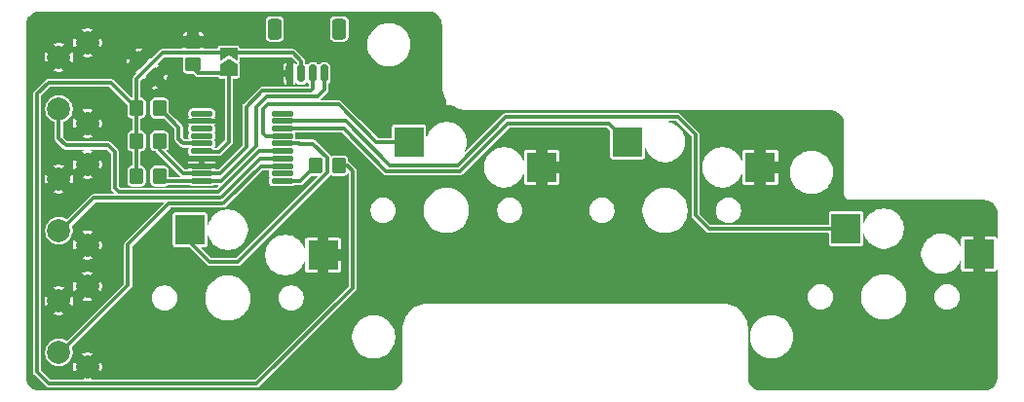
<source format=gbr>
%TF.GenerationSoftware,KiCad,Pcbnew,9.0.0*%
%TF.CreationDate,2025-04-27T09:25:50-07:00*%
%TF.ProjectId,c7k-rt,63376b2d-7274-42e6-9b69-6361645f7063,rev?*%
%TF.SameCoordinates,Original*%
%TF.FileFunction,Copper,L2,Bot*%
%TF.FilePolarity,Positive*%
%FSLAX46Y46*%
G04 Gerber Fmt 4.6, Leading zero omitted, Abs format (unit mm)*
G04 Created by KiCad (PCBNEW 9.0.0) date 2025-04-27 09:25:50*
%MOMM*%
%LPD*%
G01*
G04 APERTURE LIST*
G04 Aperture macros list*
%AMRoundRect*
0 Rectangle with rounded corners*
0 $1 Rounding radius*
0 $2 $3 $4 $5 $6 $7 $8 $9 X,Y pos of 4 corners*
0 Add a 4 corners polygon primitive as box body*
4,1,4,$2,$3,$4,$5,$6,$7,$8,$9,$2,$3,0*
0 Add four circle primitives for the rounded corners*
1,1,$1+$1,$2,$3*
1,1,$1+$1,$4,$5*
1,1,$1+$1,$6,$7*
1,1,$1+$1,$8,$9*
0 Add four rect primitives between the rounded corners*
20,1,$1+$1,$2,$3,$4,$5,0*
20,1,$1+$1,$4,$5,$6,$7,0*
20,1,$1+$1,$6,$7,$8,$9,0*
20,1,$1+$1,$8,$9,$2,$3,0*%
%AMFreePoly0*
4,1,6,1.000000,0.000000,0.500000,-0.750000,-0.500000,-0.750000,-0.500000,0.750000,0.500000,0.750000,1.000000,0.000000,1.000000,0.000000,$1*%
%AMFreePoly1*
4,1,6,0.500000,-0.750000,-0.650000,-0.750000,-0.150000,0.000000,-0.650000,0.750000,0.500000,0.750000,0.500000,-0.750000,0.500000,-0.750000,$1*%
G04 Aperture macros list end*
%TA.AperFunction,ComponentPad*%
%ADD10C,2.000000*%
%TD*%
%TA.AperFunction,SMDPad,CuDef*%
%ADD11R,2.600000X2.600000*%
%TD*%
%TA.AperFunction,SMDPad,CuDef*%
%ADD12FreePoly0,90.000000*%
%TD*%
%TA.AperFunction,SMDPad,CuDef*%
%ADD13FreePoly1,90.000000*%
%TD*%
%TA.AperFunction,SMDPad,CuDef*%
%ADD14RoundRect,0.250000X-0.350000X-0.450000X0.350000X-0.450000X0.350000X0.450000X-0.350000X0.450000X0*%
%TD*%
%TA.AperFunction,SMDPad,CuDef*%
%ADD15RoundRect,0.125000X-0.825000X-0.125000X0.825000X-0.125000X0.825000X0.125000X-0.825000X0.125000X0*%
%TD*%
%TA.AperFunction,SMDPad,CuDef*%
%ADD16RoundRect,0.250000X-0.450000X0.350000X-0.450000X-0.350000X0.450000X-0.350000X0.450000X0.350000X0*%
%TD*%
%TA.AperFunction,SMDPad,CuDef*%
%ADD17RoundRect,0.150000X-0.150000X-0.625000X0.150000X-0.625000X0.150000X0.625000X-0.150000X0.625000X0*%
%TD*%
%TA.AperFunction,SMDPad,CuDef*%
%ADD18RoundRect,0.250000X-0.350000X-0.650000X0.350000X-0.650000X0.350000X0.650000X-0.350000X0.650000X0*%
%TD*%
%TA.AperFunction,SMDPad,CuDef*%
%ADD19RoundRect,0.250000X-0.565685X-0.070711X-0.070711X-0.565685X0.565685X0.070711X0.070711X0.565685X0*%
%TD*%
%TA.AperFunction,Conductor*%
%ADD20C,0.300000*%
%TD*%
G04 APERTURE END LIST*
D10*
%TO.P,SW4,1,1*%
%TO.N,/white*%
X167520000Y-78505000D03*
%TO.P,SW4,2,2*%
%TO.N,GND*%
X167520000Y-74005000D03*
%TO.P,SW4,3,L*%
X170010000Y-79755000D03*
%TO.P,SW4,4,L*%
X170010000Y-72745000D03*
%TD*%
%TO.P,SW5,1,1*%
%TO.N,/alpha*%
X167510000Y-89090000D03*
%TO.P,SW5,2,2*%
%TO.N,GND*%
X167510000Y-84590000D03*
%TO.P,SW5,3,L*%
X170000000Y-90340000D03*
%TO.P,SW5,4,L*%
X170000000Y-83330000D03*
%TD*%
D11*
%TO.P,SW0,1,1*%
%TO.N,/index*%
X235925000Y-88900000D03*
%TO.P,SW0,2,2*%
%TO.N,GND*%
X247475000Y-91100000D03*
%TD*%
D10*
%TO.P,SW6,1,1*%
%TO.N,/numeric*%
X167510000Y-99685000D03*
%TO.P,SW6,2,2*%
%TO.N,GND*%
X167510000Y-95185000D03*
%TO.P,SW6,3,L*%
X170000000Y-100935000D03*
%TO.P,SW6,4,L*%
X170000000Y-93925000D03*
%TD*%
D11*
%TO.P,SW2,1,1*%
%TO.N,/ring*%
X197925000Y-81370000D03*
%TO.P,SW2,2,2*%
%TO.N,GND*%
X209475000Y-83570000D03*
%TD*%
%TO.P,SW3,1,1*%
%TO.N,/pinky*%
X178925000Y-89000000D03*
%TO.P,SW3,2,2*%
%TO.N,GND*%
X190475000Y-91200000D03*
%TD*%
%TO.P,SW1,1,1*%
%TO.N,/middle*%
X216925000Y-81370000D03*
%TO.P,SW1,2,2*%
%TO.N,GND*%
X228475000Y-83570000D03*
%TD*%
D12*
%TO.P,JP1,1,A*%
%TO.N,/A0*%
X182270000Y-75130000D03*
D13*
%TO.P,JP1,2,B*%
%TO.N,VCC*%
X182270000Y-73680000D03*
%TD*%
D14*
%TO.P,R1,1*%
%TO.N,VCC*%
X174263627Y-81270000D03*
%TO.P,R1,2*%
%TO.N,/SDA*%
X176263627Y-81270000D03*
%TD*%
D15*
%TO.P,U1,1,SCL*%
%TO.N,/SCL*%
X179930000Y-84755000D03*
%TO.P,U1,2,SDA*%
%TO.N,/SDA*%
X179930000Y-84105000D03*
%TO.P,U1,3,A2*%
%TO.N,GND*%
X179930000Y-83455000D03*
%TO.P,U1,4,A1*%
X179930000Y-82805000D03*
%TO.P,U1,5,A0*%
%TO.N,/A0*%
X179930000Y-82155000D03*
%TO.P,U1,6,~{RESET}*%
%TO.N,Net-(U1-~{RESET})*%
X179930000Y-81505000D03*
%TO.P,U1,7,NC*%
%TO.N,unconnected-(U1-NC-Pad7)*%
X179930000Y-80855000D03*
%TO.P,U1,8,INT*%
%TO.N,unconnected-(U1-INT-Pad8)*%
X179930000Y-80205000D03*
%TO.P,U1,9,VSS*%
%TO.N,GND*%
X179930000Y-79555000D03*
%TO.P,U1,10,NC*%
%TO.N,unconnected-(U1-NC-Pad10)*%
X179930000Y-78905000D03*
%TO.P,U1,11,NC*%
%TO.N,unconnected-(U1-NC-Pad11)*%
X186930000Y-78905000D03*
%TO.P,U1,12,GP0*%
%TO.N,/index*%
X186930000Y-79555000D03*
%TO.P,U1,13,GP1*%
%TO.N,/middle*%
X186930000Y-80205000D03*
%TO.P,U1,14,GP2*%
%TO.N,/ring*%
X186930000Y-80855000D03*
%TO.P,U1,15,GP3*%
%TO.N,/pinky*%
X186930000Y-81505000D03*
%TO.P,U1,16,GP4*%
%TO.N,/white*%
X186930000Y-82155000D03*
%TO.P,U1,17,GP5*%
%TO.N,/alpha*%
X186930000Y-82805000D03*
%TO.P,U1,18,GP6*%
%TO.N,/numeric*%
X186930000Y-83455000D03*
%TO.P,U1,19,GP7*%
%TO.N,unconnected-(U1-GP7-Pad19)*%
X186930000Y-84105000D03*
%TO.P,U1,20,VDD*%
%TO.N,VCC*%
X186930000Y-84755000D03*
%TD*%
D16*
%TO.P,R3,1*%
%TO.N,GND*%
X179190000Y-72640000D03*
%TO.P,R3,2*%
%TO.N,/A0*%
X179190000Y-74640000D03*
%TD*%
D14*
%TO.P,R4,1*%
%TO.N,VCC*%
X174263627Y-78420000D03*
%TO.P,R4,2*%
%TO.N,Net-(U1-~{RESET})*%
X176263627Y-78420000D03*
%TD*%
%TO.P,R6,1*%
%TO.N,VCC*%
X189840000Y-83430000D03*
%TO.P,R6,2*%
X191840000Y-83430000D03*
%TD*%
D17*
%TO.P,J1,1,Pin_1*%
%TO.N,GND*%
X187580000Y-75400000D03*
%TO.P,J1,2,Pin_2*%
%TO.N,VCC*%
X188580000Y-75400000D03*
%TO.P,J1,3,Pin_3*%
%TO.N,/SDA*%
X189580000Y-75400000D03*
%TO.P,J1,4,Pin_4*%
%TO.N,/SCL*%
X190580000Y-75400000D03*
D18*
%TO.P,J1,MP*%
%TO.N,N/C*%
X186280000Y-71525000D03*
X191880000Y-71525000D03*
%TD*%
D19*
%TO.P,R5,1*%
%TO.N,GND*%
X174452893Y-74282893D03*
%TO.P,R5,2*%
X175867107Y-75697107D03*
%TD*%
D14*
%TO.P,R2,1*%
%TO.N,VCC*%
X174263627Y-84350000D03*
%TO.P,R2,2*%
%TO.N,/SCL*%
X176263627Y-84350000D03*
%TD*%
D20*
%TO.N,VCC*%
X191840000Y-83430000D02*
X192600000Y-83430000D01*
X192600000Y-83430000D02*
X193050000Y-83880000D01*
X166600000Y-76200000D02*
X172043627Y-76200000D01*
X193050000Y-83880000D02*
X193050000Y-94040000D01*
X193050000Y-94040000D02*
X184700000Y-102390000D01*
X184700000Y-102390000D02*
X166640000Y-102390000D01*
X166640000Y-102390000D02*
X165630000Y-101380000D01*
X165630000Y-101380000D02*
X165630000Y-77170000D01*
X172043627Y-76200000D02*
X174263627Y-78420000D01*
X165630000Y-77170000D02*
X166600000Y-76200000D01*
%TO.N,/SCL*%
X179930000Y-84755000D02*
X179930000Y-84858479D01*
X184660000Y-81690000D02*
X181595000Y-84755000D01*
X190010000Y-77410000D02*
X185580000Y-77410000D01*
X190580000Y-75480000D02*
X190580000Y-76840000D01*
X176668627Y-84755000D02*
X179930000Y-84755000D01*
X185580000Y-77410000D02*
X184660000Y-78330000D01*
X181595000Y-84755000D02*
X179930000Y-84755000D01*
X190580000Y-76840000D02*
X190010000Y-77410000D01*
X176263627Y-84350000D02*
X176668627Y-84755000D01*
X184660000Y-78330000D02*
X184660000Y-81690000D01*
%TO.N,/SDA*%
X183810000Y-78300000D02*
X183810000Y-81810000D01*
X189580000Y-75480000D02*
X189570000Y-75490000D01*
X185210000Y-76900000D02*
X183810000Y-78300000D01*
X176263627Y-82033627D02*
X176263627Y-81697131D01*
X178335000Y-84105000D02*
X176263627Y-82033627D01*
X183810000Y-81810000D02*
X181515000Y-84105000D01*
X189570000Y-75490000D02*
X189570000Y-76720000D01*
X189570000Y-76720000D02*
X189390000Y-76900000D01*
X179930000Y-84105000D02*
X178335000Y-84105000D01*
X181515000Y-84105000D02*
X179930000Y-84105000D01*
X189390000Y-76900000D02*
X185210000Y-76900000D01*
%TO.N,VCC*%
X176510000Y-73630000D02*
X174250000Y-75890000D01*
X188580000Y-75480000D02*
X188570000Y-75470000D01*
X187860000Y-73630000D02*
X176510000Y-73630000D01*
X188570000Y-74340000D02*
X187860000Y-73630000D01*
X174250000Y-75890000D02*
X174250000Y-78833504D01*
X186930000Y-84755000D02*
X188515000Y-84755000D01*
X188570000Y-75470000D02*
X188570000Y-74340000D01*
X174263627Y-81697131D02*
X174263627Y-84777131D01*
X188515000Y-84755000D02*
X189840000Y-83430000D01*
X174250000Y-78833504D02*
X174263627Y-78847131D01*
X174263627Y-78847131D02*
X174263627Y-81697131D01*
%TO.N,/A0*%
X179615000Y-75345000D02*
X179190000Y-74920000D01*
X181436000Y-82204000D02*
X182280000Y-81360000D01*
X182280000Y-81360000D02*
X182280000Y-75355000D01*
X182280000Y-75355000D02*
X182270000Y-75345000D01*
X182270000Y-75345000D02*
X179615000Y-75345000D01*
X179979000Y-82204000D02*
X181436000Y-82204000D01*
X179930000Y-82155000D02*
X179979000Y-82204000D01*
X179190000Y-74920000D02*
X179190000Y-74900000D01*
%TO.N,Net-(U1-~{RESET})*%
X177930000Y-80086373D02*
X177930000Y-81110000D01*
X178325000Y-81505000D02*
X179930000Y-81505000D01*
X177930000Y-81110000D02*
X178325000Y-81505000D01*
X176263627Y-78420000D02*
X177930000Y-80086373D01*
X176250000Y-78860758D02*
X176263627Y-78847131D01*
%TO.N,/index*%
X202180000Y-83390000D02*
X196300000Y-83390000D01*
X192465000Y-79555000D02*
X186930000Y-79555000D01*
X222850000Y-87740000D02*
X222850000Y-80730000D01*
X224010000Y-88900000D02*
X222850000Y-87740000D01*
X196300000Y-83390000D02*
X192465000Y-79555000D01*
X206370000Y-79200000D02*
X202180000Y-83390000D01*
X222850000Y-80730000D02*
X221320000Y-79200000D01*
X235925000Y-88900000D02*
X224010000Y-88900000D01*
X221320000Y-79200000D02*
X206370000Y-79200000D01*
%TO.N,/middle*%
X206548520Y-79730000D02*
X202387521Y-83891000D01*
X215305000Y-79730000D02*
X206548520Y-79730000D01*
X195941000Y-83891000D02*
X192255000Y-80205000D01*
X216925000Y-81350000D02*
X215305000Y-79730000D01*
X192255000Y-80205000D02*
X186930000Y-80205000D01*
X202387521Y-83891000D02*
X195941000Y-83891000D01*
%TO.N,/ring*%
X195100000Y-81350000D02*
X191830000Y-78080000D01*
X185535000Y-80855000D02*
X186930000Y-80855000D01*
X185270000Y-80590000D02*
X185535000Y-80855000D01*
X185653390Y-78080000D02*
X185270000Y-78463390D01*
X191830000Y-78080000D02*
X185653390Y-78080000D01*
X185270000Y-78463390D02*
X185270000Y-80590000D01*
X197925000Y-81350000D02*
X195100000Y-81350000D01*
%TO.N,/pinky*%
X180620000Y-91800000D02*
X183080000Y-91800000D01*
X190840000Y-82760000D02*
X189590000Y-81510000D01*
X188405000Y-81505000D02*
X186930000Y-81505000D01*
X190840000Y-84040000D02*
X190840000Y-82760000D01*
X178925000Y-90105000D02*
X180620000Y-91800000D01*
X188410000Y-81510000D02*
X188405000Y-81505000D01*
X178925000Y-89000000D02*
X178925000Y-90105000D01*
X183080000Y-91800000D02*
X190840000Y-84040000D01*
X189590000Y-81510000D02*
X188410000Y-81510000D01*
%TO.N,/white*%
X167520000Y-78690000D02*
X167520000Y-81060000D01*
X172390000Y-85390000D02*
X172730000Y-85730000D01*
X168130000Y-81670000D02*
X171820000Y-81670000D01*
X172390000Y-82240000D02*
X172390000Y-85390000D01*
X184915000Y-82155000D02*
X186930000Y-82155000D01*
X181340000Y-85730000D02*
X184915000Y-82155000D01*
X167520000Y-81060000D02*
X168130000Y-81670000D01*
X172730000Y-85730000D02*
X181340000Y-85730000D01*
X171820000Y-81670000D02*
X172390000Y-82240000D01*
%TO.N,/alpha*%
X181678521Y-86100000D02*
X181538521Y-86240000D01*
X184995000Y-82805000D02*
X181700000Y-86100000D01*
X186930000Y-82805000D02*
X184995000Y-82805000D01*
X181538521Y-86240000D02*
X170545000Y-86240000D01*
X170545000Y-86240000D02*
X167510000Y-89275000D01*
X181700000Y-86100000D02*
X181678521Y-86100000D01*
%TO.N,/numeric*%
X181907520Y-86601000D02*
X181888520Y-86620000D01*
X182201000Y-86307520D02*
X181907521Y-86601000D01*
X186930000Y-83455000D02*
X185053520Y-83455000D01*
X181746042Y-86741000D02*
X181746041Y-86741000D01*
X181331001Y-86741000D02*
X177069000Y-86741000D01*
X182201000Y-86307520D02*
X182201000Y-86307521D01*
X181888520Y-86620000D02*
X181867041Y-86620000D01*
X173530000Y-93850000D02*
X167510000Y-99870000D01*
X181907521Y-86601000D02*
X181907520Y-86601000D01*
X173530000Y-90280000D02*
X173530000Y-93850000D01*
X181746041Y-86741000D02*
X181331001Y-86741000D01*
X181867041Y-86620000D02*
X181867042Y-86620000D01*
X177069000Y-86741000D02*
X173530000Y-90280000D01*
X185053520Y-83455000D02*
X182201000Y-86307520D01*
X181867042Y-86620000D02*
X181746042Y-86741000D01*
%TD*%
%TA.AperFunction,Conductor*%
%TO.N,GND*%
G36*
X178346098Y-73994852D02*
G01*
X178360450Y-74029500D01*
X178350876Y-74058597D01*
X178337205Y-74077119D01*
X178337204Y-74077123D01*
X178292353Y-74205300D01*
X178292353Y-74205301D01*
X178289500Y-74235724D01*
X178289500Y-75044275D01*
X178292353Y-75074698D01*
X178292353Y-75074699D01*
X178337204Y-75202876D01*
X178337208Y-75202885D01*
X178417849Y-75312150D01*
X178527114Y-75392791D01*
X178527117Y-75392792D01*
X178527118Y-75392793D01*
X178527120Y-75392793D01*
X178527123Y-75392795D01*
X178655301Y-75437646D01*
X178685734Y-75440500D01*
X179194522Y-75440500D01*
X179229170Y-75454852D01*
X179399788Y-75625470D01*
X179428699Y-75642162D01*
X179479709Y-75671613D01*
X179479711Y-75671613D01*
X179479712Y-75671614D01*
X179491558Y-75674788D01*
X179568853Y-75695500D01*
X179568856Y-75695500D01*
X181298385Y-75695500D01*
X181333033Y-75709852D01*
X181342532Y-75723239D01*
X181359333Y-75758126D01*
X181430832Y-75815146D01*
X181430839Y-75815150D01*
X181487266Y-75828028D01*
X181519997Y-75835499D01*
X181519998Y-75835500D01*
X181520000Y-75835500D01*
X181880500Y-75835500D01*
X181915148Y-75849852D01*
X181929500Y-75884500D01*
X181929500Y-81194522D01*
X181915148Y-81229170D01*
X181305170Y-81839148D01*
X181270522Y-81853500D01*
X181086844Y-81853500D01*
X181052196Y-81839148D01*
X181037844Y-81804500D01*
X181042435Y-81783792D01*
X181047813Y-81772259D01*
X181074259Y-81715545D01*
X181080500Y-81668139D01*
X181080499Y-81341862D01*
X181074259Y-81294455D01*
X181074259Y-81294454D01*
X181030544Y-81200707D01*
X181028908Y-81163240D01*
X181030544Y-81159291D01*
X181074259Y-81065545D01*
X181080500Y-81018139D01*
X181080499Y-80691862D01*
X181074259Y-80644455D01*
X181074259Y-80644454D01*
X181030544Y-80550707D01*
X181028908Y-80513240D01*
X181030544Y-80509291D01*
X181035879Y-80497850D01*
X181074259Y-80415545D01*
X181080500Y-80368139D01*
X181080499Y-80041862D01*
X181074259Y-79994455D01*
X181055880Y-79955043D01*
X181054245Y-79917578D01*
X181062536Y-79904565D01*
X181062054Y-79904221D01*
X181064413Y-79900915D01*
X181111304Y-79805000D01*
X180946321Y-79805000D01*
X180925613Y-79800409D01*
X180840547Y-79760742D01*
X180840546Y-79760741D01*
X180831063Y-79759492D01*
X180793139Y-79754500D01*
X180793135Y-79754500D01*
X179066867Y-79754500D01*
X179066861Y-79754501D01*
X179019454Y-79760740D01*
X178956355Y-79790165D01*
X178934386Y-79800409D01*
X178913679Y-79805000D01*
X178748696Y-79805000D01*
X178795586Y-79900914D01*
X178797946Y-79904220D01*
X178796625Y-79905163D01*
X178808709Y-79934335D01*
X178804118Y-79955043D01*
X178785740Y-79994454D01*
X178779500Y-80041862D01*
X178779500Y-80368134D01*
X178779501Y-80368139D01*
X178785740Y-80415545D01*
X178829455Y-80509292D01*
X178831091Y-80546759D01*
X178829455Y-80550708D01*
X178785742Y-80644451D01*
X178785741Y-80644453D01*
X178785741Y-80644454D01*
X178785741Y-80644455D01*
X178779501Y-80691860D01*
X178779500Y-80691864D01*
X178779500Y-81018134D01*
X178779501Y-81018139D01*
X178785740Y-81065543D01*
X178794716Y-81084792D01*
X178796352Y-81122259D01*
X178771015Y-81149909D01*
X178750307Y-81154500D01*
X178490477Y-81154500D01*
X178455829Y-81140148D01*
X178294852Y-80979170D01*
X178280500Y-80944522D01*
X178280500Y-80040226D01*
X178257675Y-79955045D01*
X178256614Y-79951085D01*
X178210469Y-79871161D01*
X178145212Y-79805904D01*
X177644308Y-79305000D01*
X178748695Y-79305000D01*
X178913679Y-79305000D01*
X178934386Y-79309590D01*
X179019455Y-79349259D01*
X179066861Y-79355500D01*
X180793138Y-79355499D01*
X180840545Y-79349259D01*
X180925613Y-79309590D01*
X180946321Y-79305000D01*
X181111304Y-79305000D01*
X181064413Y-79209085D01*
X181062054Y-79205780D01*
X181063374Y-79204837D01*
X181051290Y-79175664D01*
X181055880Y-79154958D01*
X181074259Y-79115545D01*
X181080500Y-79068139D01*
X181080499Y-78741862D01*
X181074259Y-78694455D01*
X181074258Y-78694453D01*
X181043675Y-78628867D01*
X181025747Y-78590421D01*
X181025746Y-78590420D01*
X181025745Y-78590418D01*
X180944581Y-78509254D01*
X180944579Y-78509253D01*
X180840547Y-78460742D01*
X180840546Y-78460741D01*
X180831063Y-78459492D01*
X180793139Y-78454500D01*
X180793135Y-78454500D01*
X179066867Y-78454500D01*
X179066861Y-78454501D01*
X179019454Y-78460740D01*
X178915420Y-78509253D01*
X178915418Y-78509254D01*
X178834254Y-78590418D01*
X178834253Y-78590420D01*
X178785742Y-78694452D01*
X178785741Y-78694453D01*
X178785741Y-78694454D01*
X178785741Y-78694455D01*
X178779501Y-78741860D01*
X178779500Y-78741864D01*
X178779500Y-79068134D01*
X178779501Y-79068139D01*
X178785740Y-79115543D01*
X178804118Y-79154954D01*
X178805754Y-79192422D01*
X178797467Y-79205433D01*
X178797948Y-79205776D01*
X178795586Y-79209083D01*
X178748695Y-79305000D01*
X177644308Y-79305000D01*
X177078479Y-78739170D01*
X177064127Y-78704522D01*
X177064127Y-77915743D01*
X177064126Y-77915724D01*
X177061273Y-77885301D01*
X177061273Y-77885300D01*
X177016422Y-77757123D01*
X177016418Y-77757114D01*
X176935777Y-77647849D01*
X176826512Y-77567208D01*
X176826503Y-77567204D01*
X176698325Y-77522353D01*
X176667902Y-77519500D01*
X176667893Y-77519500D01*
X175859361Y-77519500D01*
X175859351Y-77519500D01*
X175828928Y-77522353D01*
X175828927Y-77522353D01*
X175700750Y-77567204D01*
X175700741Y-77567208D01*
X175591476Y-77647849D01*
X175510835Y-77757114D01*
X175510831Y-77757123D01*
X175465980Y-77885300D01*
X175465980Y-77885301D01*
X175463127Y-77915724D01*
X175463127Y-78924275D01*
X175465980Y-78954698D01*
X175465980Y-78954699D01*
X175510831Y-79082876D01*
X175510835Y-79082885D01*
X175591476Y-79192150D01*
X175700741Y-79272791D01*
X175700744Y-79272792D01*
X175700745Y-79272793D01*
X175700747Y-79272793D01*
X175700750Y-79272795D01*
X175805908Y-79309591D01*
X175828928Y-79317646D01*
X175859361Y-79320500D01*
X175859371Y-79320500D01*
X176648150Y-79320500D01*
X176682798Y-79334852D01*
X177565148Y-80217202D01*
X177579500Y-80251850D01*
X177579500Y-81156145D01*
X177597824Y-81224529D01*
X177597824Y-81224530D01*
X177603385Y-81245287D01*
X177603386Y-81245290D01*
X177631772Y-81294455D01*
X177649530Y-81325212D01*
X178044531Y-81720212D01*
X178109788Y-81785469D01*
X178142750Y-81804500D01*
X178186916Y-81830000D01*
X178189712Y-81831614D01*
X178198912Y-81834079D01*
X178278853Y-81855500D01*
X178278856Y-81855500D01*
X178750307Y-81855500D01*
X178784955Y-81869852D01*
X178799307Y-81904500D01*
X178794716Y-81925208D01*
X178785741Y-81944453D01*
X178785741Y-81944455D01*
X178779501Y-81991860D01*
X178779500Y-81991864D01*
X178779500Y-82318134D01*
X178779501Y-82318139D01*
X178785740Y-82365543D01*
X178804118Y-82404954D01*
X178805754Y-82442422D01*
X178797467Y-82455433D01*
X178797948Y-82455776D01*
X178795586Y-82459083D01*
X178748695Y-82555000D01*
X178913679Y-82555000D01*
X178934386Y-82559590D01*
X179019455Y-82599259D01*
X179066861Y-82605500D01*
X180793138Y-82605499D01*
X180840545Y-82599259D01*
X180867051Y-82586899D01*
X180925614Y-82559591D01*
X180946322Y-82555000D01*
X181134406Y-82555000D01*
X181138781Y-82554500D01*
X181482146Y-82554500D01*
X181526716Y-82542557D01*
X181571288Y-82530614D01*
X181651212Y-82484470D01*
X182560469Y-81575212D01*
X182606614Y-81495288D01*
X182616203Y-81459501D01*
X182630500Y-81406144D01*
X182630500Y-76056479D01*
X187030001Y-76056479D01*
X187044834Y-76150147D01*
X187102354Y-76263038D01*
X187102359Y-76263045D01*
X187191954Y-76352640D01*
X187191957Y-76352642D01*
X187280000Y-76397501D01*
X187280000Y-75700000D01*
X187030001Y-75700000D01*
X187030001Y-76056479D01*
X182630500Y-76056479D01*
X182630500Y-75884500D01*
X182644852Y-75849852D01*
X182679500Y-75835500D01*
X183020001Y-75835500D01*
X183024631Y-75834978D01*
X183065728Y-75830348D01*
X183148127Y-75790666D01*
X183196045Y-75730578D01*
X183205146Y-75719167D01*
X183205146Y-75719166D01*
X183205149Y-75719163D01*
X183205150Y-75719160D01*
X183216643Y-75668807D01*
X183216644Y-75668801D01*
X183225500Y-75629999D01*
X183225500Y-74743519D01*
X187030000Y-74743519D01*
X187030000Y-75100000D01*
X187280000Y-75100000D01*
X187280000Y-74402497D01*
X187191957Y-74447357D01*
X187191951Y-74447362D01*
X187102359Y-74536954D01*
X187102354Y-74536961D01*
X187044836Y-74649849D01*
X187030000Y-74743519D01*
X183225500Y-74743519D01*
X183225500Y-74630010D01*
X183225500Y-74630000D01*
X183224755Y-74612513D01*
X183196890Y-74525405D01*
X183184678Y-74512515D01*
X183171267Y-74477494D01*
X183181939Y-74448266D01*
X183205149Y-74419163D01*
X183225500Y-74330000D01*
X183225500Y-74029500D01*
X183239852Y-73994852D01*
X183274500Y-73980500D01*
X187694522Y-73980500D01*
X187729170Y-73994852D01*
X188187170Y-74452852D01*
X188201522Y-74487500D01*
X188187170Y-74522148D01*
X188144054Y-74565264D01*
X188109406Y-74579616D01*
X188074758Y-74565264D01*
X188065747Y-74552862D01*
X188057644Y-74536959D01*
X188057640Y-74536954D01*
X187968048Y-74447362D01*
X187968042Y-74447357D01*
X187880000Y-74402497D01*
X187880000Y-76397501D01*
X187968042Y-76352642D01*
X187968045Y-76352640D01*
X188057639Y-76263046D01*
X188057643Y-76263040D01*
X188065745Y-76247139D01*
X188094261Y-76222781D01*
X188131648Y-76225722D01*
X188144053Y-76234734D01*
X188223517Y-76314198D01*
X188328607Y-76365573D01*
X188376884Y-76372606D01*
X188396738Y-76375500D01*
X188396740Y-76375500D01*
X188763262Y-76375500D01*
X188780590Y-76372974D01*
X188831393Y-76365573D01*
X188936483Y-76314198D01*
X189019198Y-76231483D01*
X189035979Y-76197157D01*
X189064089Y-76172332D01*
X189101520Y-76174656D01*
X189124021Y-76197157D01*
X189140799Y-76231478D01*
X189140803Y-76231484D01*
X189205148Y-76295829D01*
X189219500Y-76330477D01*
X189219500Y-76500500D01*
X189205148Y-76535148D01*
X189170500Y-76549500D01*
X185163853Y-76549500D01*
X185074713Y-76573385D01*
X185074709Y-76573386D01*
X184994787Y-76619530D01*
X184994787Y-76619531D01*
X183529532Y-78084785D01*
X183529527Y-78084791D01*
X183520268Y-78100830D01*
X183501537Y-78133274D01*
X183500265Y-78135478D01*
X183483385Y-78164713D01*
X183459500Y-78253853D01*
X183459500Y-81644522D01*
X183445148Y-81679170D01*
X181384170Y-83740148D01*
X181349522Y-83754500D01*
X181165602Y-83754500D01*
X181130954Y-83740148D01*
X181125892Y-83727929D01*
X181125695Y-83728053D01*
X181111305Y-83705000D01*
X180946321Y-83705000D01*
X180925613Y-83700409D01*
X180840547Y-83660742D01*
X180840546Y-83660741D01*
X180831063Y-83659492D01*
X180793139Y-83654500D01*
X180793135Y-83654500D01*
X179066867Y-83654500D01*
X179066861Y-83654501D01*
X179019454Y-83660740D01*
X178955515Y-83690556D01*
X178934386Y-83700409D01*
X178913679Y-83705000D01*
X178748695Y-83705000D01*
X178740534Y-83718073D01*
X178740742Y-83721413D01*
X178715916Y-83749522D01*
X178694398Y-83754500D01*
X178500478Y-83754500D01*
X178465830Y-83740148D01*
X177930682Y-83205000D01*
X178748695Y-83205000D01*
X179680000Y-83205000D01*
X180180000Y-83205000D01*
X181111304Y-83205000D01*
X181085159Y-83151521D01*
X181082835Y-83114090D01*
X181085159Y-83108479D01*
X181111304Y-83055000D01*
X180180000Y-83055000D01*
X180180000Y-83205000D01*
X179680000Y-83205000D01*
X179680000Y-83055000D01*
X178748696Y-83055000D01*
X178774840Y-83108479D01*
X178777164Y-83145910D01*
X178774840Y-83151521D01*
X178748695Y-83205000D01*
X177930682Y-83205000D01*
X176879409Y-82153727D01*
X176865057Y-82119079D01*
X176879409Y-82084431D01*
X176884961Y-82079653D01*
X176928352Y-82047630D01*
X176935777Y-82042150D01*
X176948589Y-82024791D01*
X177016418Y-81932885D01*
X177016418Y-81932884D01*
X177016420Y-81932882D01*
X177061273Y-81804699D01*
X177064127Y-81774266D01*
X177064127Y-80765734D01*
X177061273Y-80735301D01*
X177046072Y-80691860D01*
X177016422Y-80607123D01*
X177016418Y-80607114D01*
X176935777Y-80497849D01*
X176826512Y-80417208D01*
X176826503Y-80417204D01*
X176698325Y-80372353D01*
X176667902Y-80369500D01*
X176667893Y-80369500D01*
X175859361Y-80369500D01*
X175859351Y-80369500D01*
X175828928Y-80372353D01*
X175828927Y-80372353D01*
X175700750Y-80417204D01*
X175700741Y-80417208D01*
X175591476Y-80497849D01*
X175510835Y-80607114D01*
X175510831Y-80607123D01*
X175465980Y-80735300D01*
X175465980Y-80735301D01*
X175463127Y-80765724D01*
X175463127Y-81774275D01*
X175465980Y-81804698D01*
X175465980Y-81804699D01*
X175510831Y-81932876D01*
X175510835Y-81932885D01*
X175591476Y-82042150D01*
X175700741Y-82122791D01*
X175700744Y-82122792D01*
X175700745Y-82122793D01*
X175700747Y-82122793D01*
X175700750Y-82122795D01*
X175797340Y-82156593D01*
X175828928Y-82167646D01*
X175859361Y-82170500D01*
X175909638Y-82170500D01*
X175944286Y-82184852D01*
X175952073Y-82195000D01*
X175983157Y-82248839D01*
X178055170Y-84320852D01*
X178069522Y-84355500D01*
X178055170Y-84390148D01*
X178020522Y-84404500D01*
X177113127Y-84404500D01*
X177078479Y-84390148D01*
X177064127Y-84355500D01*
X177064127Y-83845743D01*
X177064126Y-83845724D01*
X177061273Y-83815301D01*
X177061273Y-83815300D01*
X177016422Y-83687123D01*
X177016418Y-83687114D01*
X176935777Y-83577849D01*
X176826512Y-83497208D01*
X176826503Y-83497204D01*
X176698325Y-83452353D01*
X176667902Y-83449500D01*
X176667893Y-83449500D01*
X175859361Y-83449500D01*
X175859351Y-83449500D01*
X175828928Y-83452353D01*
X175828927Y-83452353D01*
X175700750Y-83497204D01*
X175700741Y-83497208D01*
X175591476Y-83577849D01*
X175510835Y-83687114D01*
X175510831Y-83687123D01*
X175465980Y-83815300D01*
X175465980Y-83815301D01*
X175463127Y-83845724D01*
X175463127Y-84854275D01*
X175465980Y-84884698D01*
X175465980Y-84884699D01*
X175510831Y-85012876D01*
X175510835Y-85012885D01*
X175591476Y-85122150D01*
X175700741Y-85202791D01*
X175700744Y-85202792D01*
X175700745Y-85202793D01*
X175700747Y-85202793D01*
X175700750Y-85202795D01*
X175762843Y-85224522D01*
X175828928Y-85247646D01*
X175859361Y-85250500D01*
X175859371Y-85250500D01*
X176667883Y-85250500D01*
X176667893Y-85250500D01*
X176698326Y-85247646D01*
X176826509Y-85202793D01*
X176831298Y-85199259D01*
X176897029Y-85150747D01*
X176935777Y-85122150D01*
X176935782Y-85122142D01*
X176938071Y-85119855D01*
X176972718Y-85105500D01*
X178849878Y-85105500D01*
X178884526Y-85119852D01*
X178915421Y-85150747D01*
X179019455Y-85199259D01*
X179066861Y-85205500D01*
X179864418Y-85205499D01*
X179877097Y-85207167D01*
X179883856Y-85208979D01*
X179883858Y-85208979D01*
X179976143Y-85208979D01*
X179976144Y-85208979D01*
X179982898Y-85207168D01*
X179995581Y-85205499D01*
X180793133Y-85205499D01*
X180793138Y-85205499D01*
X180840545Y-85199259D01*
X180944579Y-85150747D01*
X180975474Y-85119851D01*
X181010121Y-85105500D01*
X181350522Y-85105500D01*
X181385170Y-85119852D01*
X181399522Y-85154500D01*
X181385170Y-85189148D01*
X181209170Y-85365148D01*
X181174522Y-85379500D01*
X172895478Y-85379500D01*
X172860830Y-85365148D01*
X172754852Y-85259170D01*
X172740500Y-85224522D01*
X172740500Y-82193853D01*
X172718403Y-82111389D01*
X172716614Y-82104712D01*
X172716288Y-82104148D01*
X172683658Y-82047631D01*
X172683657Y-82047630D01*
X172680493Y-82042150D01*
X172670470Y-82024788D01*
X172035212Y-81389530D01*
X171955289Y-81343386D01*
X171955286Y-81343385D01*
X171949597Y-81341861D01*
X171949597Y-81341860D01*
X171866147Y-81319500D01*
X171866144Y-81319500D01*
X168295477Y-81319500D01*
X168260829Y-81305148D01*
X167895500Y-80939818D01*
X167884852Y-80929170D01*
X167881225Y-80920413D01*
X169551692Y-80920413D01*
X169717290Y-80974220D01*
X169717293Y-80974221D01*
X169911624Y-81005000D01*
X170108376Y-81005000D01*
X170302706Y-80974221D01*
X170302709Y-80974220D01*
X170468307Y-80920413D01*
X170010001Y-80462106D01*
X170010000Y-80462106D01*
X169551692Y-80920413D01*
X167881225Y-80920413D01*
X167870500Y-80894522D01*
X167870500Y-79688996D01*
X167883910Y-79656623D01*
X168760000Y-79656623D01*
X168760000Y-79853376D01*
X168790778Y-80047706D01*
X168790779Y-80047709D01*
X168844585Y-80213306D01*
X169302893Y-79755000D01*
X169238874Y-79690981D01*
X169360000Y-79690981D01*
X169360000Y-79819019D01*
X169384979Y-79944598D01*
X169433978Y-80062890D01*
X169505112Y-80169351D01*
X169595649Y-80259888D01*
X169702110Y-80331022D01*
X169820402Y-80380021D01*
X169945981Y-80405000D01*
X170074019Y-80405000D01*
X170199598Y-80380021D01*
X170317890Y-80331022D01*
X170424351Y-80259888D01*
X170514888Y-80169351D01*
X170586022Y-80062890D01*
X170635021Y-79944598D01*
X170660000Y-79819019D01*
X170660000Y-79754999D01*
X170717106Y-79754999D01*
X171175413Y-80213306D01*
X171229220Y-80047709D01*
X171229221Y-80047706D01*
X171260000Y-79853376D01*
X171260000Y-79656623D01*
X171229221Y-79462293D01*
X171229220Y-79462290D01*
X171175413Y-79296692D01*
X170717106Y-79754999D01*
X170660000Y-79754999D01*
X170660000Y-79690981D01*
X170635021Y-79565402D01*
X170586022Y-79447110D01*
X170514888Y-79340649D01*
X170424351Y-79250112D01*
X170317890Y-79178978D01*
X170199598Y-79129979D01*
X170074019Y-79105000D01*
X169945981Y-79105000D01*
X169820402Y-79129979D01*
X169702110Y-79178978D01*
X169595649Y-79250112D01*
X169505112Y-79340649D01*
X169433978Y-79447110D01*
X169384979Y-79565402D01*
X169360000Y-79690981D01*
X169238874Y-79690981D01*
X168844585Y-79296692D01*
X168790779Y-79462290D01*
X168790778Y-79462293D01*
X168760000Y-79656623D01*
X167883910Y-79656623D01*
X167884852Y-79654348D01*
X167904357Y-79642395D01*
X167980832Y-79617547D01*
X168149199Y-79531760D01*
X168302073Y-79420690D01*
X168435690Y-79287073D01*
X168546760Y-79134199D01*
X168632547Y-78965832D01*
X168690940Y-78786118D01*
X168720500Y-78599481D01*
X168720500Y-78589585D01*
X169551692Y-78589585D01*
X170010000Y-79047893D01*
X170010001Y-79047893D01*
X170468307Y-78589585D01*
X170302709Y-78535779D01*
X170302706Y-78535778D01*
X170108376Y-78505000D01*
X169911624Y-78505000D01*
X169717293Y-78535778D01*
X169717290Y-78535779D01*
X169551692Y-78589585D01*
X168720500Y-78589585D01*
X168720500Y-78410519D01*
X168690940Y-78223882D01*
X168632547Y-78044168D01*
X168632546Y-78044166D01*
X168546763Y-77875806D01*
X168546761Y-77875803D01*
X168546760Y-77875801D01*
X168435690Y-77722927D01*
X168435686Y-77722923D01*
X168435684Y-77722920D01*
X168302079Y-77589315D01*
X168302080Y-77589315D01*
X168231999Y-77538398D01*
X168149199Y-77478240D01*
X168149197Y-77478239D01*
X168149193Y-77478236D01*
X167980833Y-77392453D01*
X167801118Y-77334060D01*
X167801115Y-77334059D01*
X167657744Y-77311352D01*
X167614481Y-77304500D01*
X167425519Y-77304500D01*
X167390397Y-77310062D01*
X167238884Y-77334059D01*
X167238881Y-77334060D01*
X167059166Y-77392453D01*
X166890806Y-77478236D01*
X166737920Y-77589315D01*
X166604315Y-77722920D01*
X166493236Y-77875806D01*
X166407453Y-78044166D01*
X166349060Y-78223881D01*
X166349059Y-78223884D01*
X166319500Y-78410519D01*
X166319500Y-78599480D01*
X166349059Y-78786115D01*
X166349060Y-78786118D01*
X166407453Y-78965833D01*
X166493236Y-79134193D01*
X166493239Y-79134197D01*
X166493240Y-79134199D01*
X166604310Y-79287073D01*
X166604312Y-79287075D01*
X166604315Y-79287079D01*
X166737920Y-79420684D01*
X166737923Y-79420686D01*
X166737927Y-79420690D01*
X166890801Y-79531760D01*
X166890803Y-79531761D01*
X166890806Y-79531763D01*
X167026082Y-79600689D01*
X167059168Y-79617547D01*
X167135642Y-79642394D01*
X167164159Y-79666750D01*
X167169500Y-79688996D01*
X167169500Y-81106145D01*
X167177358Y-81135470D01*
X167188857Y-81178386D01*
X167190197Y-81183386D01*
X167193386Y-81195290D01*
X167227572Y-81254500D01*
X167239530Y-81275212D01*
X167849531Y-81885212D01*
X167914788Y-81950469D01*
X167974731Y-81985077D01*
X167986486Y-81991865D01*
X167994712Y-81996614D01*
X168016998Y-82002585D01*
X168083853Y-82020500D01*
X168083856Y-82020500D01*
X169675766Y-82020500D01*
X169710414Y-82034852D01*
X169724766Y-82069500D01*
X169710414Y-82104148D01*
X169690908Y-82116102D01*
X169541692Y-82164585D01*
X170000000Y-82622893D01*
X170000001Y-82622893D01*
X170458307Y-82164585D01*
X170309092Y-82116102D01*
X170280575Y-82091745D01*
X170277632Y-82054358D01*
X170301989Y-82025841D01*
X170324234Y-82020500D01*
X171654522Y-82020500D01*
X171689170Y-82034852D01*
X172025148Y-82370830D01*
X172039500Y-82405478D01*
X172039500Y-85436145D01*
X172055909Y-85497382D01*
X172055909Y-85497383D01*
X172063385Y-85525287D01*
X172063386Y-85525290D01*
X172109530Y-85605212D01*
X172310170Y-85805852D01*
X172324522Y-85840500D01*
X172310170Y-85875148D01*
X172275522Y-85889500D01*
X170498853Y-85889500D01*
X170409713Y-85913385D01*
X170409709Y-85913386D01*
X170329787Y-85959530D01*
X170329786Y-85959531D01*
X168219110Y-88070206D01*
X168184462Y-88084558D01*
X168155661Y-88075200D01*
X168139196Y-88063238D01*
X167970833Y-87977453D01*
X167791118Y-87919060D01*
X167791115Y-87919059D01*
X167647744Y-87896352D01*
X167604481Y-87889500D01*
X167415519Y-87889500D01*
X167380397Y-87895062D01*
X167228884Y-87919059D01*
X167228881Y-87919060D01*
X167049166Y-87977453D01*
X166880806Y-88063236D01*
X166727920Y-88174315D01*
X166594315Y-88307920D01*
X166483236Y-88460806D01*
X166397453Y-88629166D01*
X166339060Y-88808881D01*
X166339059Y-88808884D01*
X166309500Y-88995519D01*
X166309500Y-89184480D01*
X166339059Y-89371115D01*
X166339060Y-89371118D01*
X166397453Y-89550833D01*
X166483236Y-89719193D01*
X166483239Y-89719197D01*
X166483240Y-89719199D01*
X166594310Y-89872073D01*
X166594312Y-89872075D01*
X166594315Y-89872079D01*
X166727920Y-90005684D01*
X166727923Y-90005686D01*
X166727927Y-90005690D01*
X166880801Y-90116760D01*
X166880803Y-90116761D01*
X166880806Y-90116763D01*
X166959111Y-90156661D01*
X167049168Y-90202547D01*
X167228882Y-90260940D01*
X167415519Y-90290500D01*
X167415520Y-90290500D01*
X167604480Y-90290500D01*
X167604481Y-90290500D01*
X167791118Y-90260940D01*
X167850569Y-90241623D01*
X168750000Y-90241623D01*
X168750000Y-90438376D01*
X168780778Y-90632706D01*
X168780779Y-90632709D01*
X168834585Y-90798306D01*
X169292892Y-90339999D01*
X169228874Y-90275981D01*
X169350000Y-90275981D01*
X169350000Y-90404019D01*
X169374979Y-90529598D01*
X169423978Y-90647890D01*
X169495112Y-90754351D01*
X169585649Y-90844888D01*
X169692110Y-90916022D01*
X169810402Y-90965021D01*
X169935981Y-90990000D01*
X170064019Y-90990000D01*
X170189598Y-90965021D01*
X170307890Y-90916022D01*
X170414351Y-90844888D01*
X170504888Y-90754351D01*
X170576022Y-90647890D01*
X170625021Y-90529598D01*
X170650000Y-90404019D01*
X170650000Y-90339999D01*
X170707106Y-90339999D01*
X171165413Y-90798306D01*
X171219220Y-90632709D01*
X171219221Y-90632706D01*
X171250000Y-90438376D01*
X171250000Y-90241623D01*
X171219221Y-90047293D01*
X171219220Y-90047290D01*
X171165413Y-89881692D01*
X170707106Y-90339999D01*
X170650000Y-90339999D01*
X170650000Y-90275981D01*
X170625021Y-90150402D01*
X170576022Y-90032110D01*
X170504888Y-89925649D01*
X170414351Y-89835112D01*
X170307890Y-89763978D01*
X170189598Y-89714979D01*
X170064019Y-89690000D01*
X169935981Y-89690000D01*
X169810402Y-89714979D01*
X169692110Y-89763978D01*
X169585649Y-89835112D01*
X169495112Y-89925649D01*
X169423978Y-90032110D01*
X169374979Y-90150402D01*
X169350000Y-90275981D01*
X169228874Y-90275981D01*
X168834585Y-89881692D01*
X168780779Y-90047290D01*
X168780778Y-90047293D01*
X168750000Y-90241623D01*
X167850569Y-90241623D01*
X167970832Y-90202547D01*
X168139199Y-90116760D01*
X168292073Y-90005690D01*
X168425690Y-89872073D01*
X168536760Y-89719199D01*
X168622547Y-89550832D01*
X168680940Y-89371118D01*
X168710500Y-89184481D01*
X168710500Y-89174585D01*
X169541692Y-89174585D01*
X170000000Y-89632893D01*
X170000001Y-89632893D01*
X170458307Y-89174585D01*
X170292709Y-89120779D01*
X170292706Y-89120778D01*
X170098376Y-89090000D01*
X169901624Y-89090000D01*
X169707293Y-89120778D01*
X169707290Y-89120779D01*
X169541692Y-89174585D01*
X168710500Y-89174585D01*
X168710500Y-88995519D01*
X168680940Y-88808882D01*
X168638928Y-88679585D01*
X168641870Y-88642201D01*
X168650879Y-88629801D01*
X170675830Y-86604852D01*
X170710478Y-86590500D01*
X176605522Y-86590500D01*
X176640170Y-86604852D01*
X176654522Y-86639500D01*
X176640170Y-86674148D01*
X173249531Y-90064787D01*
X173249530Y-90064787D01*
X173219524Y-90116760D01*
X173203386Y-90144709D01*
X173203385Y-90144713D01*
X173179500Y-90233853D01*
X173179500Y-93684521D01*
X173165148Y-93719169D01*
X168219110Y-98665206D01*
X168184462Y-98679558D01*
X168155661Y-98670200D01*
X168139196Y-98658238D01*
X167970833Y-98572453D01*
X167791118Y-98514060D01*
X167791115Y-98514059D01*
X167647744Y-98491352D01*
X167604481Y-98484500D01*
X167415519Y-98484500D01*
X167380397Y-98490062D01*
X167228884Y-98514059D01*
X167228881Y-98514060D01*
X167049166Y-98572453D01*
X166880806Y-98658236D01*
X166727920Y-98769315D01*
X166594315Y-98902920D01*
X166483236Y-99055806D01*
X166397453Y-99224166D01*
X166339060Y-99403881D01*
X166339059Y-99403884D01*
X166309500Y-99590519D01*
X166309500Y-99779480D01*
X166339059Y-99966115D01*
X166339060Y-99966118D01*
X166397453Y-100145833D01*
X166483236Y-100314193D01*
X166483239Y-100314197D01*
X166483240Y-100314199D01*
X166594310Y-100467073D01*
X166594312Y-100467075D01*
X166594315Y-100467079D01*
X166727920Y-100600684D01*
X166727923Y-100600686D01*
X166727927Y-100600690D01*
X166880801Y-100711760D01*
X166880803Y-100711761D01*
X166880806Y-100711763D01*
X166946827Y-100745402D01*
X167049168Y-100797547D01*
X167228882Y-100855940D01*
X167415519Y-100885500D01*
X167415520Y-100885500D01*
X167604480Y-100885500D01*
X167604481Y-100885500D01*
X167791118Y-100855940D01*
X167850569Y-100836623D01*
X168750000Y-100836623D01*
X168750000Y-101033376D01*
X168780778Y-101227706D01*
X168780779Y-101227709D01*
X168834585Y-101393306D01*
X169292892Y-100934999D01*
X169228874Y-100870981D01*
X169350000Y-100870981D01*
X169350000Y-100999019D01*
X169374979Y-101124598D01*
X169423978Y-101242890D01*
X169495112Y-101349351D01*
X169585649Y-101439888D01*
X169692110Y-101511022D01*
X169810402Y-101560021D01*
X169935981Y-101585000D01*
X170064019Y-101585000D01*
X170189598Y-101560021D01*
X170307890Y-101511022D01*
X170414351Y-101439888D01*
X170504888Y-101349351D01*
X170576022Y-101242890D01*
X170625021Y-101124598D01*
X170650000Y-100999019D01*
X170650000Y-100934999D01*
X170707106Y-100934999D01*
X171165413Y-101393306D01*
X171219220Y-101227709D01*
X171219221Y-101227706D01*
X171250000Y-101033376D01*
X171250000Y-100836623D01*
X171219221Y-100642293D01*
X171219220Y-100642290D01*
X171165413Y-100476692D01*
X170707106Y-100934999D01*
X170650000Y-100934999D01*
X170650000Y-100870981D01*
X170625021Y-100745402D01*
X170576022Y-100627110D01*
X170504888Y-100520649D01*
X170414351Y-100430112D01*
X170307890Y-100358978D01*
X170189598Y-100309979D01*
X170064019Y-100285000D01*
X169935981Y-100285000D01*
X169810402Y-100309979D01*
X169692110Y-100358978D01*
X169585649Y-100430112D01*
X169495112Y-100520649D01*
X169423978Y-100627110D01*
X169374979Y-100745402D01*
X169350000Y-100870981D01*
X169228874Y-100870981D01*
X168834585Y-100476692D01*
X168780779Y-100642290D01*
X168780778Y-100642293D01*
X168750000Y-100836623D01*
X167850569Y-100836623D01*
X167970832Y-100797547D01*
X168139199Y-100711760D01*
X168292073Y-100600690D01*
X168425690Y-100467073D01*
X168536760Y-100314199D01*
X168622547Y-100145832D01*
X168680940Y-99966118D01*
X168710500Y-99779481D01*
X168710500Y-99769585D01*
X169541692Y-99769585D01*
X170000000Y-100227893D01*
X170000001Y-100227893D01*
X170458307Y-99769585D01*
X170292709Y-99715779D01*
X170292706Y-99715778D01*
X170098376Y-99685000D01*
X169901624Y-99685000D01*
X169707293Y-99715778D01*
X169707290Y-99715779D01*
X169541692Y-99769585D01*
X168710500Y-99769585D01*
X168710500Y-99590519D01*
X168680940Y-99403882D01*
X168638928Y-99274585D01*
X168641870Y-99237201D01*
X168650879Y-99224801D01*
X173012364Y-94863318D01*
X175598600Y-94863318D01*
X175598600Y-95036681D01*
X175625719Y-95207909D01*
X175625720Y-95207912D01*
X175666748Y-95334186D01*
X175679292Y-95372791D01*
X175757998Y-95527260D01*
X175859899Y-95667514D01*
X175859901Y-95667516D01*
X175859904Y-95667520D01*
X175982479Y-95790095D01*
X175982482Y-95790097D01*
X175982486Y-95790101D01*
X176122740Y-95892002D01*
X176277209Y-95970708D01*
X176442088Y-96024280D01*
X176613318Y-96051400D01*
X176613319Y-96051400D01*
X176786681Y-96051400D01*
X176786682Y-96051400D01*
X176957912Y-96024280D01*
X177122791Y-95970708D01*
X177277260Y-95892002D01*
X177417514Y-95790101D01*
X177540101Y-95667514D01*
X177642002Y-95527260D01*
X177720708Y-95372791D01*
X177774280Y-95207912D01*
X177794731Y-95078789D01*
X180234999Y-95078789D01*
X180243614Y-95144221D01*
X180268622Y-95334175D01*
X180268623Y-95334179D01*
X180268624Y-95334186D01*
X180335287Y-95582977D01*
X180335291Y-95582987D01*
X180433864Y-95820963D01*
X180562655Y-96044035D01*
X180562665Y-96044050D01*
X180719456Y-96248384D01*
X180719467Y-96248396D01*
X180901603Y-96430532D01*
X180901615Y-96430543D01*
X181105949Y-96587334D01*
X181105964Y-96587344D01*
X181326571Y-96714712D01*
X181329038Y-96716136D01*
X181567016Y-96814710D01*
X181567019Y-96814710D01*
X181567022Y-96814712D01*
X181815813Y-96881375D01*
X181815814Y-96881375D01*
X181815825Y-96881378D01*
X182071207Y-96915000D01*
X182071210Y-96915000D01*
X182328789Y-96915000D01*
X182328793Y-96915000D01*
X182584175Y-96881378D01*
X182832984Y-96814710D01*
X183070962Y-96716136D01*
X183294038Y-96587343D01*
X183348935Y-96545219D01*
X183498384Y-96430543D01*
X183498386Y-96430540D01*
X183498394Y-96430535D01*
X183680535Y-96248394D01*
X183757276Y-96148384D01*
X183837334Y-96044050D01*
X183837335Y-96044047D01*
X183837343Y-96044038D01*
X183966136Y-95820962D01*
X184064710Y-95582984D01*
X184131378Y-95334175D01*
X184165000Y-95078793D01*
X184165000Y-94863318D01*
X186598600Y-94863318D01*
X186598600Y-95036681D01*
X186625719Y-95207909D01*
X186625720Y-95207912D01*
X186666748Y-95334186D01*
X186679292Y-95372791D01*
X186757998Y-95527260D01*
X186859899Y-95667514D01*
X186859901Y-95667516D01*
X186859904Y-95667520D01*
X186982479Y-95790095D01*
X186982482Y-95790097D01*
X186982486Y-95790101D01*
X187122740Y-95892002D01*
X187277209Y-95970708D01*
X187442088Y-96024280D01*
X187613318Y-96051400D01*
X187613319Y-96051400D01*
X187786681Y-96051400D01*
X187786682Y-96051400D01*
X187957912Y-96024280D01*
X188122791Y-95970708D01*
X188277260Y-95892002D01*
X188417514Y-95790101D01*
X188540101Y-95667514D01*
X188642002Y-95527260D01*
X188720708Y-95372791D01*
X188774280Y-95207912D01*
X188801400Y-95036682D01*
X188801400Y-94863318D01*
X188774280Y-94692088D01*
X188720708Y-94527209D01*
X188642002Y-94372740D01*
X188540101Y-94232486D01*
X188540097Y-94232482D01*
X188540095Y-94232479D01*
X188417520Y-94109904D01*
X188417521Y-94109904D01*
X188384818Y-94086144D01*
X188277260Y-94007998D01*
X188122791Y-93929292D01*
X188122790Y-93929291D01*
X188122789Y-93929291D01*
X187957912Y-93875720D01*
X187957909Y-93875719D01*
X187826374Y-93854886D01*
X187786682Y-93848600D01*
X187613318Y-93848600D01*
X187581095Y-93853703D01*
X187442090Y-93875719D01*
X187442087Y-93875720D01*
X187277210Y-93929291D01*
X187122743Y-94007996D01*
X186982479Y-94109904D01*
X186859904Y-94232479D01*
X186757996Y-94372743D01*
X186679291Y-94527210D01*
X186625720Y-94692087D01*
X186625719Y-94692090D01*
X186598600Y-94863318D01*
X184165000Y-94863318D01*
X184165000Y-94821207D01*
X184131378Y-94565825D01*
X184131375Y-94565813D01*
X184064712Y-94317022D01*
X184064708Y-94317012D01*
X184029863Y-94232890D01*
X183966136Y-94079038D01*
X183926221Y-94009904D01*
X183879680Y-93929292D01*
X183837343Y-93855962D01*
X183837340Y-93855958D01*
X183837334Y-93855949D01*
X183680543Y-93651615D01*
X183680532Y-93651603D01*
X183498396Y-93469467D01*
X183498384Y-93469456D01*
X183294050Y-93312665D01*
X183294035Y-93312655D01*
X183070963Y-93183864D01*
X182832987Y-93085291D01*
X182832977Y-93085287D01*
X182584186Y-93018624D01*
X182584179Y-93018623D01*
X182584175Y-93018622D01*
X182328793Y-92985000D01*
X182071207Y-92985000D01*
X181815825Y-93018622D01*
X181815821Y-93018622D01*
X181815813Y-93018624D01*
X181567022Y-93085287D01*
X181567012Y-93085291D01*
X181329036Y-93183864D01*
X181105964Y-93312655D01*
X181105949Y-93312665D01*
X180901615Y-93469456D01*
X180901603Y-93469467D01*
X180719467Y-93651603D01*
X180719456Y-93651615D01*
X180562665Y-93855949D01*
X180562655Y-93855964D01*
X180433864Y-94079036D01*
X180335291Y-94317012D01*
X180335287Y-94317022D01*
X180268624Y-94565813D01*
X180268622Y-94565821D01*
X180268622Y-94565825D01*
X180239253Y-94788902D01*
X180235000Y-94821210D01*
X180235000Y-95078789D01*
X180234999Y-95078789D01*
X177794731Y-95078789D01*
X177801400Y-95036682D01*
X177801400Y-94863318D01*
X177774280Y-94692088D01*
X177720708Y-94527209D01*
X177642002Y-94372740D01*
X177540101Y-94232486D01*
X177540097Y-94232482D01*
X177540095Y-94232479D01*
X177417520Y-94109904D01*
X177417521Y-94109904D01*
X177384818Y-94086144D01*
X177277260Y-94007998D01*
X177122791Y-93929292D01*
X177122790Y-93929291D01*
X177122789Y-93929291D01*
X176957912Y-93875720D01*
X176957909Y-93875719D01*
X176826374Y-93854886D01*
X176786682Y-93848600D01*
X176613318Y-93848600D01*
X176581095Y-93853703D01*
X176442090Y-93875719D01*
X176442087Y-93875720D01*
X176277210Y-93929291D01*
X176122743Y-94007996D01*
X175982479Y-94109904D01*
X175859904Y-94232479D01*
X175757996Y-94372743D01*
X175679291Y-94527210D01*
X175625720Y-94692087D01*
X175625719Y-94692090D01*
X175598600Y-94863318D01*
X173012364Y-94863318D01*
X173810470Y-94065212D01*
X173856614Y-93985288D01*
X173880499Y-93896146D01*
X173880500Y-93896146D01*
X173880500Y-90445478D01*
X173894852Y-90410830D01*
X177199830Y-87105852D01*
X177234478Y-87091500D01*
X181792188Y-87091500D01*
X181836758Y-87079557D01*
X181881330Y-87067614D01*
X181890901Y-87062088D01*
X181961254Y-87021470D01*
X182048360Y-86934362D01*
X182055041Y-86928778D01*
X182056719Y-86927611D01*
X182103732Y-86900470D01*
X182121799Y-86882401D01*
X182121803Y-86882399D01*
X182122732Y-86881469D01*
X182122734Y-86881469D01*
X182409319Y-86594880D01*
X182409322Y-86594879D01*
X182416211Y-86587990D01*
X182416212Y-86587990D01*
X182481469Y-86522733D01*
X182481470Y-86522732D01*
X185184350Y-83819852D01*
X185218998Y-83805500D01*
X185750307Y-83805500D01*
X185784955Y-83819852D01*
X185799307Y-83854500D01*
X185794716Y-83875208D01*
X185785741Y-83894453D01*
X185785741Y-83894454D01*
X185785741Y-83894455D01*
X185779501Y-83941860D01*
X185779500Y-83941864D01*
X185779500Y-84268134D01*
X185779501Y-84268139D01*
X185785740Y-84315545D01*
X185829455Y-84409292D01*
X185831091Y-84446759D01*
X185829455Y-84450708D01*
X185785742Y-84544451D01*
X185785741Y-84544453D01*
X185784382Y-84554777D01*
X185779746Y-84589999D01*
X185779500Y-84591864D01*
X185779500Y-84918134D01*
X185779501Y-84918139D01*
X185785740Y-84965545D01*
X185834253Y-85069579D01*
X185834254Y-85069581D01*
X185915418Y-85150745D01*
X185915420Y-85150746D01*
X185915421Y-85150747D01*
X186019455Y-85199259D01*
X186066861Y-85205500D01*
X187793138Y-85205499D01*
X187840545Y-85199259D01*
X187944579Y-85150747D01*
X187975474Y-85119851D01*
X188010121Y-85105500D01*
X188561146Y-85105500D01*
X188605716Y-85093557D01*
X188650288Y-85081614D01*
X188671133Y-85069579D01*
X188730212Y-85035470D01*
X189420829Y-84344851D01*
X189455477Y-84330500D01*
X189935523Y-84330500D01*
X189970171Y-84344852D01*
X189984523Y-84379500D01*
X189970171Y-84414147D01*
X186458943Y-87925375D01*
X182949170Y-91435148D01*
X182914522Y-91449500D01*
X180785478Y-91449500D01*
X180750830Y-91435148D01*
X179899830Y-90584148D01*
X179885478Y-90549500D01*
X179899830Y-90514852D01*
X179934478Y-90500500D01*
X180244745Y-90500500D01*
X180244748Y-90500500D01*
X180303231Y-90488867D01*
X180369552Y-90444552D01*
X180413867Y-90378231D01*
X180425500Y-90319748D01*
X180425500Y-89513079D01*
X180439852Y-89478431D01*
X180474500Y-89464079D01*
X180509148Y-89478431D01*
X180521830Y-89500397D01*
X180538842Y-89563887D01*
X180626656Y-89775889D01*
X180741387Y-89974609D01*
X180741397Y-89974624D01*
X180881072Y-90156651D01*
X180881083Y-90156663D01*
X181043336Y-90318916D01*
X181043348Y-90318927D01*
X181225375Y-90458602D01*
X181225384Y-90458608D01*
X181225388Y-90458611D01*
X181259922Y-90478549D01*
X181405594Y-90562653D01*
X181424112Y-90573344D01*
X181636113Y-90661158D01*
X181781075Y-90700000D01*
X181857750Y-90720545D01*
X181857751Y-90720545D01*
X181857762Y-90720548D01*
X182085266Y-90750500D01*
X182085269Y-90750500D01*
X182314730Y-90750500D01*
X182314734Y-90750500D01*
X182542238Y-90720548D01*
X182763887Y-90661158D01*
X182975888Y-90573344D01*
X183174612Y-90458611D01*
X183192934Y-90444552D01*
X183356651Y-90318927D01*
X183356653Y-90318924D01*
X183356661Y-90318919D01*
X183518919Y-90156661D01*
X183542915Y-90125390D01*
X183658602Y-89974624D01*
X183658603Y-89974621D01*
X183658611Y-89974612D01*
X183773344Y-89775888D01*
X183861158Y-89563887D01*
X183920548Y-89342238D01*
X183950500Y-89114734D01*
X183950500Y-88885266D01*
X183920548Y-88657762D01*
X183918744Y-88651031D01*
X183893750Y-88557750D01*
X183861158Y-88436113D01*
X183773344Y-88224112D01*
X183754205Y-88190963D01*
X183658612Y-88025390D01*
X183658602Y-88025375D01*
X183518927Y-87843348D01*
X183518916Y-87843336D01*
X183356663Y-87681083D01*
X183356651Y-87681072D01*
X183174624Y-87541397D01*
X183174609Y-87541387D01*
X182975889Y-87426656D01*
X182763887Y-87338842D01*
X182542249Y-87279454D01*
X182542242Y-87279453D01*
X182542238Y-87279452D01*
X182314734Y-87249500D01*
X182085266Y-87249500D01*
X181857762Y-87279452D01*
X181857758Y-87279452D01*
X181857750Y-87279454D01*
X181636112Y-87338842D01*
X181424110Y-87426656D01*
X181225390Y-87541387D01*
X181225375Y-87541397D01*
X181043348Y-87681072D01*
X181043336Y-87681083D01*
X180881083Y-87843336D01*
X180881072Y-87843348D01*
X180741397Y-88025375D01*
X180741387Y-88025390D01*
X180626656Y-88224110D01*
X180538842Y-88436112D01*
X180521830Y-88499602D01*
X180499000Y-88529355D01*
X180461818Y-88534250D01*
X180432065Y-88511420D01*
X180425500Y-88486920D01*
X180425500Y-87680255D01*
X180425500Y-87680252D01*
X180413867Y-87621769D01*
X180382297Y-87574522D01*
X180369552Y-87555447D01*
X180329795Y-87528882D01*
X180303231Y-87511133D01*
X180244748Y-87499500D01*
X177605252Y-87499500D01*
X177546769Y-87511133D01*
X177480447Y-87555447D01*
X177436133Y-87621769D01*
X177424500Y-87680252D01*
X177424500Y-90319748D01*
X177436133Y-90378231D01*
X177443240Y-90388867D01*
X177480447Y-90444552D01*
X177501475Y-90458602D01*
X177546769Y-90488867D01*
X177605252Y-90500500D01*
X178804522Y-90500500D01*
X178839170Y-90514852D01*
X180404788Y-92080470D01*
X180434040Y-92097359D01*
X180484709Y-92126613D01*
X180484711Y-92126613D01*
X180484712Y-92126614D01*
X180506998Y-92132585D01*
X180573853Y-92150500D01*
X180573856Y-92150500D01*
X183126146Y-92150500D01*
X183170716Y-92138557D01*
X183215288Y-92126614D01*
X183295212Y-92080470D01*
X184060952Y-91314730D01*
X185449499Y-91314730D01*
X185449500Y-91314734D01*
X185479452Y-91542238D01*
X185479453Y-91542242D01*
X185479454Y-91542249D01*
X185538842Y-91763887D01*
X185626656Y-91975889D01*
X185741387Y-92174609D01*
X185741397Y-92174624D01*
X185881072Y-92356651D01*
X185881083Y-92356663D01*
X186043336Y-92518916D01*
X186043348Y-92518927D01*
X186225375Y-92658602D01*
X186225384Y-92658608D01*
X186225388Y-92658611D01*
X186253775Y-92675000D01*
X186400280Y-92759585D01*
X186424112Y-92773344D01*
X186636113Y-92861158D01*
X186807369Y-92907045D01*
X186857750Y-92920545D01*
X186857751Y-92920545D01*
X186857762Y-92920548D01*
X187085266Y-92950500D01*
X187085269Y-92950500D01*
X187314730Y-92950500D01*
X187314734Y-92950500D01*
X187542238Y-92920548D01*
X187763887Y-92861158D01*
X187975888Y-92773344D01*
X188174612Y-92658611D01*
X188185834Y-92650000D01*
X188356651Y-92518927D01*
X188356653Y-92518924D01*
X188356661Y-92518919D01*
X188518919Y-92356661D01*
X188658611Y-92174612D01*
X188773344Y-91975888D01*
X188830730Y-91837345D01*
X188857249Y-91810828D01*
X188894752Y-91810828D01*
X188921270Y-91837347D01*
X188925000Y-91856098D01*
X188925000Y-92524629D01*
X188939503Y-92597542D01*
X188994759Y-92680240D01*
X189077457Y-92735496D01*
X189150370Y-92749999D01*
X189150376Y-92750000D01*
X189975000Y-92750000D01*
X190975000Y-92750000D01*
X191799624Y-92750000D01*
X191799629Y-92749999D01*
X191872542Y-92735496D01*
X191955240Y-92680240D01*
X192010496Y-92597542D01*
X192024999Y-92524629D01*
X192025000Y-92524624D01*
X192025000Y-91700000D01*
X190975000Y-91700000D01*
X190975000Y-92750000D01*
X189975000Y-92750000D01*
X189975000Y-90700000D01*
X190975000Y-90700000D01*
X192025000Y-90700000D01*
X192025000Y-89875376D01*
X192024999Y-89875370D01*
X192010496Y-89802457D01*
X191955240Y-89719759D01*
X191872542Y-89664503D01*
X191799629Y-89650000D01*
X190975000Y-89650000D01*
X190975000Y-90700000D01*
X189975000Y-90700000D01*
X189975000Y-89650000D01*
X189150370Y-89650000D01*
X189077457Y-89664503D01*
X188994759Y-89719759D01*
X188939503Y-89802457D01*
X188925000Y-89875370D01*
X188925000Y-90543901D01*
X188910648Y-90578549D01*
X188876000Y-90592901D01*
X188841352Y-90578549D01*
X188830730Y-90562653D01*
X188782194Y-90445478D01*
X188773344Y-90424112D01*
X188724781Y-90339999D01*
X188658612Y-90225390D01*
X188658602Y-90225375D01*
X188518927Y-90043348D01*
X188518916Y-90043336D01*
X188356663Y-89881083D01*
X188356651Y-89881072D01*
X188174624Y-89741397D01*
X188174609Y-89741387D01*
X187975889Y-89626656D01*
X187763887Y-89538842D01*
X187542249Y-89479454D01*
X187542242Y-89479453D01*
X187542238Y-89479452D01*
X187314734Y-89449500D01*
X187085266Y-89449500D01*
X186857762Y-89479452D01*
X186857758Y-89479452D01*
X186857750Y-89479454D01*
X186636112Y-89538842D01*
X186424110Y-89626656D01*
X186225390Y-89741387D01*
X186225375Y-89741397D01*
X186043348Y-89881072D01*
X186043336Y-89881083D01*
X185881083Y-90043336D01*
X185881072Y-90043348D01*
X185741397Y-90225375D01*
X185741387Y-90225390D01*
X185626656Y-90424110D01*
X185538842Y-90636112D01*
X185479454Y-90857750D01*
X185479452Y-90857758D01*
X185479452Y-90857762D01*
X185454524Y-91047106D01*
X185449500Y-91085269D01*
X185449500Y-91314730D01*
X185449499Y-91314730D01*
X184060952Y-91314730D01*
X191120469Y-84255212D01*
X191128691Y-84240971D01*
X191158443Y-84218139D01*
X191195625Y-84223033D01*
X191200224Y-84226044D01*
X191277114Y-84282791D01*
X191277117Y-84282792D01*
X191277118Y-84282793D01*
X191277120Y-84282793D01*
X191277123Y-84282795D01*
X191370718Y-84315545D01*
X191405301Y-84327646D01*
X191435734Y-84330500D01*
X191435744Y-84330500D01*
X192244256Y-84330500D01*
X192244266Y-84330500D01*
X192274699Y-84327646D01*
X192402882Y-84282793D01*
X192422745Y-84268134D01*
X192512150Y-84202150D01*
X192592791Y-84092885D01*
X192592791Y-84092884D01*
X192592793Y-84092882D01*
X192594031Y-84089343D01*
X192604250Y-84060142D01*
X192629239Y-84032178D01*
X192666683Y-84030075D01*
X192694647Y-84055064D01*
X192699500Y-84076325D01*
X192699500Y-93874522D01*
X192685148Y-93909170D01*
X184569170Y-102025148D01*
X184534522Y-102039500D01*
X170417689Y-102039500D01*
X170383041Y-102025148D01*
X170000001Y-101642106D01*
X169999999Y-101642106D01*
X169616959Y-102025148D01*
X169582311Y-102039500D01*
X166805478Y-102039500D01*
X166770830Y-102025148D01*
X165994852Y-101249170D01*
X165980500Y-101214522D01*
X165980500Y-96350413D01*
X167051692Y-96350413D01*
X167217290Y-96404220D01*
X167217293Y-96404221D01*
X167411624Y-96435000D01*
X167608376Y-96435000D01*
X167802706Y-96404221D01*
X167802709Y-96404220D01*
X167968307Y-96350413D01*
X167510001Y-95892106D01*
X167510000Y-95892106D01*
X167051692Y-96350413D01*
X165980500Y-96350413D01*
X165980500Y-95086623D01*
X166260000Y-95086623D01*
X166260000Y-95283376D01*
X166290778Y-95477706D01*
X166290779Y-95477709D01*
X166344585Y-95643306D01*
X166802892Y-95184999D01*
X166737725Y-95119832D01*
X167015000Y-95119832D01*
X167015000Y-95250168D01*
X167048734Y-95376063D01*
X167113902Y-95488937D01*
X167206063Y-95581098D01*
X167318937Y-95646266D01*
X167444832Y-95680000D01*
X167575168Y-95680000D01*
X167701063Y-95646266D01*
X167813937Y-95581098D01*
X167906098Y-95488937D01*
X167971266Y-95376063D01*
X168005000Y-95250168D01*
X168005000Y-95184999D01*
X168217106Y-95184999D01*
X168675413Y-95643306D01*
X168729220Y-95477709D01*
X168729221Y-95477706D01*
X168760000Y-95283376D01*
X168760000Y-95090413D01*
X169541692Y-95090413D01*
X169707290Y-95144220D01*
X169707293Y-95144221D01*
X169901624Y-95175000D01*
X170098376Y-95175000D01*
X170292706Y-95144221D01*
X170292709Y-95144220D01*
X170458307Y-95090413D01*
X170000001Y-94632106D01*
X170000000Y-94632106D01*
X169541692Y-95090413D01*
X168760000Y-95090413D01*
X168760000Y-95086623D01*
X168759400Y-95082835D01*
X168729221Y-94892293D01*
X168729220Y-94892290D01*
X168675413Y-94726692D01*
X168217106Y-95184999D01*
X168005000Y-95184999D01*
X168005000Y-95119832D01*
X167971266Y-94993937D01*
X167906098Y-94881063D01*
X167813937Y-94788902D01*
X167701063Y-94723734D01*
X167575168Y-94690000D01*
X167444832Y-94690000D01*
X167318937Y-94723734D01*
X167206063Y-94788902D01*
X167113902Y-94881063D01*
X167048734Y-94993937D01*
X167015000Y-95119832D01*
X166737725Y-95119832D01*
X166344585Y-94726692D01*
X166290779Y-94892290D01*
X166290778Y-94892293D01*
X166260000Y-95086623D01*
X165980500Y-95086623D01*
X165980500Y-94019585D01*
X167051692Y-94019585D01*
X167510000Y-94477893D01*
X167510001Y-94477893D01*
X167968307Y-94019585D01*
X167802709Y-93965779D01*
X167802706Y-93965778D01*
X167608376Y-93935000D01*
X167411624Y-93935000D01*
X167217293Y-93965778D01*
X167217290Y-93965779D01*
X167051692Y-94019585D01*
X165980500Y-94019585D01*
X165980500Y-93826623D01*
X168750000Y-93826623D01*
X168750000Y-94023376D01*
X168780778Y-94217706D01*
X168780779Y-94217709D01*
X168834585Y-94383306D01*
X169292892Y-93924999D01*
X169228874Y-93860981D01*
X169350000Y-93860981D01*
X169350000Y-93989019D01*
X169374979Y-94114598D01*
X169423978Y-94232890D01*
X169495112Y-94339351D01*
X169585649Y-94429888D01*
X169692110Y-94501022D01*
X169810402Y-94550021D01*
X169935981Y-94575000D01*
X170064019Y-94575000D01*
X170189598Y-94550021D01*
X170307890Y-94501022D01*
X170414351Y-94429888D01*
X170504888Y-94339351D01*
X170576022Y-94232890D01*
X170625021Y-94114598D01*
X170650000Y-93989019D01*
X170650000Y-93924999D01*
X170707106Y-93924999D01*
X171165413Y-94383306D01*
X171219220Y-94217709D01*
X171219221Y-94217706D01*
X171250000Y-94023376D01*
X171250000Y-93826623D01*
X171219221Y-93632293D01*
X171219220Y-93632290D01*
X171165413Y-93466692D01*
X170707106Y-93924999D01*
X170650000Y-93924999D01*
X170650000Y-93860981D01*
X170625021Y-93735402D01*
X170576022Y-93617110D01*
X170504888Y-93510649D01*
X170414351Y-93420112D01*
X170307890Y-93348978D01*
X170189598Y-93299979D01*
X170064019Y-93275000D01*
X169935981Y-93275000D01*
X169810402Y-93299979D01*
X169692110Y-93348978D01*
X169585649Y-93420112D01*
X169495112Y-93510649D01*
X169423978Y-93617110D01*
X169374979Y-93735402D01*
X169350000Y-93860981D01*
X169228874Y-93860981D01*
X168834585Y-93466692D01*
X168780779Y-93632290D01*
X168780778Y-93632293D01*
X168750000Y-93826623D01*
X165980500Y-93826623D01*
X165980500Y-92759585D01*
X169541692Y-92759585D01*
X170000000Y-93217893D01*
X170000001Y-93217893D01*
X170458307Y-92759585D01*
X170292709Y-92705779D01*
X170292706Y-92705778D01*
X170098376Y-92675000D01*
X169901624Y-92675000D01*
X169707293Y-92705778D01*
X169707290Y-92705779D01*
X169541692Y-92759585D01*
X165980500Y-92759585D01*
X165980500Y-91505413D01*
X169541692Y-91505413D01*
X169707290Y-91559220D01*
X169707293Y-91559221D01*
X169901624Y-91590000D01*
X170098376Y-91590000D01*
X170292706Y-91559221D01*
X170292709Y-91559220D01*
X170458307Y-91505413D01*
X170000001Y-91047106D01*
X170000000Y-91047106D01*
X169541692Y-91505413D01*
X165980500Y-91505413D01*
X165980500Y-85755413D01*
X167051692Y-85755413D01*
X167217290Y-85809220D01*
X167217293Y-85809221D01*
X167411624Y-85840000D01*
X167608376Y-85840000D01*
X167802706Y-85809221D01*
X167802709Y-85809220D01*
X167968307Y-85755413D01*
X167510001Y-85297106D01*
X167510000Y-85297106D01*
X167051692Y-85755413D01*
X165980500Y-85755413D01*
X165980500Y-84491623D01*
X166260000Y-84491623D01*
X166260000Y-84688376D01*
X166290778Y-84882706D01*
X166290779Y-84882709D01*
X166344585Y-85048306D01*
X166802892Y-84589999D01*
X166737725Y-84524832D01*
X167015000Y-84524832D01*
X167015000Y-84655168D01*
X167048734Y-84781063D01*
X167113902Y-84893937D01*
X167206063Y-84986098D01*
X167318937Y-85051266D01*
X167444832Y-85085000D01*
X167575168Y-85085000D01*
X167701063Y-85051266D01*
X167813937Y-84986098D01*
X167906098Y-84893937D01*
X167971266Y-84781063D01*
X168005000Y-84655168D01*
X168005000Y-84589999D01*
X168217106Y-84589999D01*
X168675413Y-85048306D01*
X168729220Y-84882709D01*
X168729221Y-84882706D01*
X168760000Y-84688376D01*
X168760000Y-84495413D01*
X169541692Y-84495413D01*
X169707290Y-84549220D01*
X169707293Y-84549221D01*
X169901624Y-84580000D01*
X170098376Y-84580000D01*
X170292706Y-84549221D01*
X170292709Y-84549220D01*
X170458307Y-84495413D01*
X170000001Y-84037106D01*
X170000000Y-84037106D01*
X169541692Y-84495413D01*
X168760000Y-84495413D01*
X168760000Y-84491623D01*
X168759400Y-84487835D01*
X168729221Y-84297293D01*
X168729220Y-84297290D01*
X168675413Y-84131692D01*
X168217106Y-84589999D01*
X168005000Y-84589999D01*
X168005000Y-84524832D01*
X167971266Y-84398937D01*
X167906098Y-84286063D01*
X167813937Y-84193902D01*
X167701063Y-84128734D01*
X167575168Y-84095000D01*
X167444832Y-84095000D01*
X167318937Y-84128734D01*
X167206063Y-84193902D01*
X167113902Y-84286063D01*
X167048734Y-84398937D01*
X167015000Y-84524832D01*
X166737725Y-84524832D01*
X166344585Y-84131692D01*
X166290779Y-84297290D01*
X166290778Y-84297293D01*
X166260000Y-84491623D01*
X165980500Y-84491623D01*
X165980500Y-83424585D01*
X167051692Y-83424585D01*
X167510000Y-83882893D01*
X167510001Y-83882893D01*
X167968307Y-83424585D01*
X167802709Y-83370779D01*
X167802706Y-83370778D01*
X167608376Y-83340000D01*
X167411624Y-83340000D01*
X167217293Y-83370778D01*
X167217290Y-83370779D01*
X167051692Y-83424585D01*
X165980500Y-83424585D01*
X165980500Y-83231623D01*
X168750000Y-83231623D01*
X168750000Y-83428376D01*
X168780778Y-83622706D01*
X168780779Y-83622709D01*
X168834585Y-83788306D01*
X169292892Y-83329999D01*
X169228874Y-83265981D01*
X169350000Y-83265981D01*
X169350000Y-83394019D01*
X169374979Y-83519598D01*
X169423978Y-83637890D01*
X169495112Y-83744351D01*
X169585649Y-83834888D01*
X169692110Y-83906022D01*
X169810402Y-83955021D01*
X169935981Y-83980000D01*
X170064019Y-83980000D01*
X170189598Y-83955021D01*
X170307890Y-83906022D01*
X170414351Y-83834888D01*
X170504888Y-83744351D01*
X170576022Y-83637890D01*
X170625021Y-83519598D01*
X170650000Y-83394019D01*
X170650000Y-83329999D01*
X170707106Y-83329999D01*
X171165413Y-83788306D01*
X171219220Y-83622709D01*
X171219221Y-83622706D01*
X171250000Y-83428376D01*
X171250000Y-83231623D01*
X171219221Y-83037293D01*
X171219220Y-83037290D01*
X171165413Y-82871692D01*
X170707106Y-83329999D01*
X170650000Y-83329999D01*
X170650000Y-83265981D01*
X170625021Y-83140402D01*
X170576022Y-83022110D01*
X170504888Y-82915649D01*
X170414351Y-82825112D01*
X170307890Y-82753978D01*
X170189598Y-82704979D01*
X170064019Y-82680000D01*
X169935981Y-82680000D01*
X169810402Y-82704979D01*
X169692110Y-82753978D01*
X169585649Y-82825112D01*
X169495112Y-82915649D01*
X169423978Y-83022110D01*
X169374979Y-83140402D01*
X169350000Y-83265981D01*
X169228874Y-83265981D01*
X168834585Y-82871692D01*
X168780779Y-83037290D01*
X168780778Y-83037293D01*
X168750000Y-83231623D01*
X165980500Y-83231623D01*
X165980500Y-77335478D01*
X165994852Y-77300830D01*
X166730830Y-76564852D01*
X166765478Y-76550500D01*
X171878149Y-76550500D01*
X171912797Y-76564852D01*
X173448775Y-78100830D01*
X173463127Y-78135478D01*
X173463127Y-78924275D01*
X173465980Y-78954698D01*
X173465980Y-78954699D01*
X173510831Y-79082876D01*
X173510835Y-79082885D01*
X173591476Y-79192150D01*
X173700741Y-79272791D01*
X173700744Y-79272792D01*
X173700745Y-79272793D01*
X173700747Y-79272793D01*
X173700750Y-79272795D01*
X173805908Y-79309591D01*
X173828928Y-79317646D01*
X173859361Y-79320500D01*
X173864127Y-79320500D01*
X173898775Y-79334852D01*
X173913127Y-79369500D01*
X173913127Y-80320500D01*
X173898775Y-80355148D01*
X173864127Y-80369500D01*
X173859351Y-80369500D01*
X173828928Y-80372353D01*
X173828927Y-80372353D01*
X173700750Y-80417204D01*
X173700741Y-80417208D01*
X173591476Y-80497849D01*
X173510835Y-80607114D01*
X173510831Y-80607123D01*
X173465980Y-80735300D01*
X173465980Y-80735301D01*
X173463127Y-80765724D01*
X173463127Y-81774275D01*
X173465980Y-81804698D01*
X173465980Y-81804699D01*
X173510831Y-81932876D01*
X173510835Y-81932885D01*
X173591476Y-82042150D01*
X173700741Y-82122791D01*
X173700744Y-82122792D01*
X173700745Y-82122793D01*
X173700747Y-82122793D01*
X173700750Y-82122795D01*
X173797340Y-82156593D01*
X173828928Y-82167646D01*
X173859361Y-82170500D01*
X173864127Y-82170500D01*
X173898775Y-82184852D01*
X173913127Y-82219500D01*
X173913127Y-83400500D01*
X173898775Y-83435148D01*
X173864127Y-83449500D01*
X173859351Y-83449500D01*
X173828928Y-83452353D01*
X173828927Y-83452353D01*
X173700750Y-83497204D01*
X173700741Y-83497208D01*
X173591476Y-83577849D01*
X173510835Y-83687114D01*
X173510831Y-83687123D01*
X173465980Y-83815300D01*
X173465980Y-83815301D01*
X173463127Y-83845724D01*
X173463127Y-84854275D01*
X173465980Y-84884698D01*
X173465980Y-84884699D01*
X173510831Y-85012876D01*
X173510835Y-85012885D01*
X173591476Y-85122150D01*
X173700741Y-85202791D01*
X173700744Y-85202792D01*
X173700745Y-85202793D01*
X173700747Y-85202793D01*
X173700750Y-85202795D01*
X173762843Y-85224522D01*
X173828928Y-85247646D01*
X173859361Y-85250500D01*
X173859371Y-85250500D01*
X174667883Y-85250500D01*
X174667893Y-85250500D01*
X174698326Y-85247646D01*
X174826509Y-85202793D01*
X174831298Y-85199259D01*
X174935777Y-85122150D01*
X175016418Y-85012885D01*
X175016418Y-85012884D01*
X175016420Y-85012882D01*
X175061273Y-84884699D01*
X175064127Y-84854266D01*
X175064127Y-83845734D01*
X175061273Y-83815301D01*
X175057843Y-83805500D01*
X175016422Y-83687123D01*
X175016418Y-83687114D01*
X174935777Y-83577849D01*
X174826512Y-83497208D01*
X174826503Y-83497204D01*
X174698325Y-83452353D01*
X174667902Y-83449500D01*
X174667893Y-83449500D01*
X174663127Y-83449500D01*
X174628479Y-83435148D01*
X174614127Y-83400500D01*
X174614127Y-82219500D01*
X174628479Y-82184852D01*
X174663127Y-82170500D01*
X174667883Y-82170500D01*
X174667893Y-82170500D01*
X174698326Y-82167646D01*
X174826509Y-82122793D01*
X174831542Y-82119079D01*
X174935777Y-82042150D01*
X175016418Y-81932885D01*
X175016418Y-81932884D01*
X175016420Y-81932882D01*
X175061273Y-81804699D01*
X175064127Y-81774266D01*
X175064127Y-80765734D01*
X175061273Y-80735301D01*
X175046072Y-80691860D01*
X175016422Y-80607123D01*
X175016418Y-80607114D01*
X174935777Y-80497849D01*
X174826512Y-80417208D01*
X174826503Y-80417204D01*
X174698325Y-80372353D01*
X174667902Y-80369500D01*
X174667893Y-80369500D01*
X174663127Y-80369500D01*
X174628479Y-80355148D01*
X174614127Y-80320500D01*
X174614127Y-79369500D01*
X174628479Y-79334852D01*
X174663127Y-79320500D01*
X174667883Y-79320500D01*
X174667893Y-79320500D01*
X174698326Y-79317646D01*
X174826509Y-79272793D01*
X174865210Y-79244231D01*
X174935777Y-79192150D01*
X175016418Y-79082885D01*
X175016418Y-79082884D01*
X175016420Y-79082882D01*
X175061273Y-78954699D01*
X175064127Y-78924266D01*
X175064127Y-77915734D01*
X175061273Y-77885301D01*
X175016420Y-77757118D01*
X175016419Y-77757117D01*
X175016418Y-77757114D01*
X174935777Y-77647849D01*
X174826512Y-77567208D01*
X174826503Y-77567204D01*
X174698325Y-77522353D01*
X174667902Y-77519500D01*
X174667893Y-77519500D01*
X174649500Y-77519500D01*
X174614852Y-77505148D01*
X174600500Y-77470500D01*
X174600500Y-76706642D01*
X175564677Y-76706642D01*
X175654083Y-76747474D01*
X175796394Y-76767934D01*
X175796398Y-76767934D01*
X175938708Y-76747474D01*
X176069495Y-76687745D01*
X176114427Y-76651534D01*
X175867106Y-76404213D01*
X175867105Y-76404213D01*
X175564677Y-76706642D01*
X174600500Y-76706642D01*
X174600500Y-76055477D01*
X174614851Y-76020830D01*
X174738251Y-75897430D01*
X174772896Y-75883080D01*
X174807544Y-75897432D01*
X174817468Y-75911725D01*
X174857570Y-75999535D01*
X175160001Y-75697106D01*
X176574213Y-75697106D01*
X176821534Y-75944427D01*
X176857745Y-75899495D01*
X176917474Y-75768708D01*
X176937934Y-75626397D01*
X176937934Y-75626394D01*
X176917474Y-75484083D01*
X176876642Y-75394677D01*
X176574213Y-75697106D01*
X175160001Y-75697106D01*
X175214945Y-75642162D01*
X175513554Y-75343554D01*
X176169536Y-74687570D01*
X176081725Y-74647468D01*
X176056169Y-74620020D01*
X176057508Y-74582541D01*
X176067427Y-74568254D01*
X176640830Y-73994852D01*
X176675478Y-73980500D01*
X178311450Y-73980500D01*
X178346098Y-73994852D01*
G37*
%TD.AperFunction*%
%TA.AperFunction,Conductor*%
G36*
X199624571Y-70002582D02*
G01*
X199628368Y-70002732D01*
X199784132Y-70014991D01*
X199791713Y-70016191D01*
X199953777Y-70055099D01*
X199967562Y-70058409D01*
X199974875Y-70060785D01*
X200141955Y-70129991D01*
X200148795Y-70133476D01*
X200302991Y-70227968D01*
X200309202Y-70232479D01*
X200384111Y-70296456D01*
X200446722Y-70349930D01*
X200452159Y-70355367D01*
X200569606Y-70492879D01*
X200574124Y-70499098D01*
X200607063Y-70552849D01*
X200668613Y-70653287D01*
X200672104Y-70660138D01*
X200741310Y-70827213D01*
X200743686Y-70834526D01*
X200785903Y-71010366D01*
X200787106Y-71017960D01*
X200799336Y-71173341D01*
X200799487Y-71177166D01*
X200801582Y-76404193D01*
X200801582Y-76531023D01*
X200833674Y-76795297D01*
X200897382Y-77053767D01*
X200991784Y-77302681D01*
X201115499Y-77538398D01*
X201135383Y-77567204D01*
X201191324Y-77648248D01*
X201199998Y-77676082D01*
X201199998Y-78200000D01*
X201723914Y-78200000D01*
X201751749Y-78208674D01*
X201861598Y-78284498D01*
X201861600Y-78284499D01*
X202097317Y-78408214D01*
X202248307Y-78465478D01*
X202346229Y-78502616D01*
X202450193Y-78528241D01*
X202604701Y-78566326D01*
X202868969Y-78598416D01*
X202930686Y-78598416D01*
X202934150Y-78598416D01*
X202934199Y-78598430D01*
X202999236Y-78598417D01*
X203002074Y-78598418D01*
X203067966Y-78598419D01*
X203067970Y-78598418D01*
X203071134Y-78598418D01*
X203071345Y-78598404D01*
X234545996Y-78592576D01*
X234549833Y-78592726D01*
X234731721Y-78607043D01*
X234739305Y-78608245D01*
X234914833Y-78650387D01*
X234922143Y-78652762D01*
X235088922Y-78721845D01*
X235095762Y-78725331D01*
X235249680Y-78819653D01*
X235255893Y-78824168D01*
X235313521Y-78873386D01*
X235393159Y-78941403D01*
X235398596Y-78946840D01*
X235457212Y-79015471D01*
X235502194Y-79068139D01*
X235515829Y-79084103D01*
X235520348Y-79090323D01*
X235614665Y-79244231D01*
X235618156Y-79251082D01*
X235687236Y-79417855D01*
X235689612Y-79425168D01*
X235731753Y-79600689D01*
X235732956Y-79608283D01*
X235747273Y-79790165D01*
X235747424Y-79793993D01*
X235747425Y-79857975D01*
X235747445Y-79858055D01*
X235747447Y-79861243D01*
X235749242Y-85119852D01*
X235749500Y-85874376D01*
X235749465Y-85889500D01*
X235749348Y-85939738D01*
X235749388Y-85940046D01*
X235749398Y-85940121D01*
X235749419Y-85940282D01*
X235749516Y-85941038D01*
X235766345Y-86003760D01*
X235766362Y-86003891D01*
X235766379Y-86003887D01*
X235783159Y-86067100D01*
X235783324Y-86067501D01*
X235783379Y-86067634D01*
X235783664Y-86068326D01*
X235783673Y-86068341D01*
X235783674Y-86068345D01*
X235816223Y-86124677D01*
X235816257Y-86124807D01*
X235816288Y-86124790D01*
X235848789Y-86181385D01*
X235849277Y-86182024D01*
X235849277Y-86182025D01*
X235849587Y-86182432D01*
X235849604Y-86182449D01*
X235849605Y-86182450D01*
X235895765Y-86228579D01*
X235941756Y-86274784D01*
X235942337Y-86275121D01*
X235942818Y-86275601D01*
X235942820Y-86275602D01*
X235942823Y-86275605D01*
X235999243Y-86308154D01*
X235999327Y-86308263D01*
X235999354Y-86308218D01*
X236055730Y-86340942D01*
X236055732Y-86340942D01*
X236056173Y-86341127D01*
X236056953Y-86341452D01*
X236056970Y-86341456D01*
X236056973Y-86341458D01*
X236119894Y-86358294D01*
X236182944Y-86375345D01*
X236182950Y-86375345D01*
X236183540Y-86375424D01*
X236183665Y-86375441D01*
X236183769Y-86375455D01*
X236184269Y-86375521D01*
X236184275Y-86375520D01*
X236184279Y-86375522D01*
X236249492Y-86375499D01*
X247831447Y-86402428D01*
X247832019Y-86402582D01*
X247896108Y-86402582D01*
X247896120Y-86402587D01*
X247899835Y-86402732D01*
X248081716Y-86417048D01*
X248089300Y-86418250D01*
X248264828Y-86460392D01*
X248272138Y-86462768D01*
X248438910Y-86531847D01*
X248445756Y-86535335D01*
X248599675Y-86629657D01*
X248605888Y-86634172D01*
X248733006Y-86742740D01*
X248743154Y-86751407D01*
X248748591Y-86756844D01*
X248865825Y-86894106D01*
X248870343Y-86900325D01*
X248892090Y-86935813D01*
X248964660Y-87054235D01*
X248968151Y-87061086D01*
X249037231Y-87227859D01*
X249039607Y-87235172D01*
X249081747Y-87410693D01*
X249082950Y-87418287D01*
X249097265Y-87600142D01*
X249097416Y-87603987D01*
X249097416Y-89671010D01*
X249083064Y-89705658D01*
X249048416Y-89720010D01*
X249013768Y-89705658D01*
X249007674Y-89698233D01*
X248955240Y-89619759D01*
X248872542Y-89564503D01*
X248799629Y-89550000D01*
X247975000Y-89550000D01*
X247975000Y-92650000D01*
X248799624Y-92650000D01*
X248799629Y-92649999D01*
X248872542Y-92635496D01*
X248955240Y-92580240D01*
X249007674Y-92501766D01*
X249038856Y-92480931D01*
X249075639Y-92488247D01*
X249096474Y-92519429D01*
X249097416Y-92528989D01*
X249097416Y-101795986D01*
X249097265Y-101799831D01*
X249082948Y-101981712D01*
X249081745Y-101989306D01*
X249039605Y-102164826D01*
X249037229Y-102172139D01*
X248968149Y-102338912D01*
X248964658Y-102345763D01*
X248870342Y-102499671D01*
X248865823Y-102505891D01*
X248748589Y-102643153D01*
X248743152Y-102648590D01*
X248605890Y-102765824D01*
X248599670Y-102770343D01*
X248445762Y-102864659D01*
X248438911Y-102868150D01*
X248272138Y-102937230D01*
X248264825Y-102939606D01*
X248089304Y-102981746D01*
X248081710Y-102982949D01*
X247938920Y-102994188D01*
X247899802Y-102997267D01*
X247895961Y-102997418D01*
X228604013Y-102997418D01*
X228600168Y-102997267D01*
X228418286Y-102982950D01*
X228410692Y-102981747D01*
X228235171Y-102939607D01*
X228227858Y-102937231D01*
X228061086Y-102868151D01*
X228054235Y-102864660D01*
X228054233Y-102864659D01*
X227900325Y-102770342D01*
X227894106Y-102765824D01*
X227864455Y-102740500D01*
X227761731Y-102652765D01*
X227756844Y-102648591D01*
X227751407Y-102643154D01*
X227745768Y-102636551D01*
X227634172Y-102505889D01*
X227629655Y-102499672D01*
X227535336Y-102345758D01*
X227531850Y-102338917D01*
X227462767Y-102172138D01*
X227460392Y-102164826D01*
X227426857Y-102025148D01*
X227418251Y-101989302D01*
X227417049Y-101981712D01*
X227407910Y-101865610D01*
X227402730Y-101799805D01*
X227402580Y-101795989D01*
X227402580Y-101795986D01*
X227402580Y-101732021D01*
X227402543Y-101731886D01*
X227400542Y-98177073D01*
X227574500Y-98177073D01*
X227574500Y-98214284D01*
X227574500Y-98422927D01*
X227606591Y-98666677D01*
X227606592Y-98666681D01*
X227606593Y-98666688D01*
X227670219Y-98904145D01*
X227670221Y-98904151D01*
X227670222Y-98904153D01*
X227764306Y-99131292D01*
X227781945Y-99161844D01*
X227887231Y-99344205D01*
X227887241Y-99344220D01*
X228036890Y-99539246D01*
X228036901Y-99539258D01*
X228210741Y-99713098D01*
X228210753Y-99713109D01*
X228405779Y-99862758D01*
X228405788Y-99862764D01*
X228405792Y-99862767D01*
X228618708Y-99985694D01*
X228845847Y-100079778D01*
X228845853Y-100079779D01*
X228845854Y-100079780D01*
X229083311Y-100143406D01*
X229083312Y-100143406D01*
X229083323Y-100143409D01*
X229327073Y-100175500D01*
X229327076Y-100175500D01*
X229572924Y-100175500D01*
X229572927Y-100175500D01*
X229816677Y-100143409D01*
X230054153Y-100079778D01*
X230281292Y-99985694D01*
X230494208Y-99862767D01*
X230602748Y-99779481D01*
X230689246Y-99713109D01*
X230689248Y-99713106D01*
X230689256Y-99713101D01*
X230863101Y-99539256D01*
X230966978Y-99403882D01*
X231012758Y-99344220D01*
X231012759Y-99344217D01*
X231012767Y-99344208D01*
X231135694Y-99131292D01*
X231229778Y-98904153D01*
X231293409Y-98666677D01*
X231325500Y-98422927D01*
X231325500Y-98177073D01*
X231293409Y-97933323D01*
X231229778Y-97695847D01*
X231135694Y-97468708D01*
X231012767Y-97255792D01*
X231012764Y-97255788D01*
X231012758Y-97255779D01*
X230863109Y-97060753D01*
X230863098Y-97060741D01*
X230689258Y-96886901D01*
X230689246Y-96886890D01*
X230494220Y-96737241D01*
X230494205Y-96737231D01*
X230387750Y-96675769D01*
X230281292Y-96614306D01*
X230054153Y-96520222D01*
X230054151Y-96520221D01*
X230054145Y-96520219D01*
X229816688Y-96456593D01*
X229816681Y-96456592D01*
X229816677Y-96456591D01*
X229572927Y-96424500D01*
X229327073Y-96424500D01*
X229083323Y-96456591D01*
X229083319Y-96456591D01*
X229083311Y-96456593D01*
X228845854Y-96520219D01*
X228845844Y-96520223D01*
X228785489Y-96545223D01*
X228618708Y-96614306D01*
X228618705Y-96614307D01*
X228618704Y-96614308D01*
X228405794Y-96737231D01*
X228405779Y-96737241D01*
X228210753Y-96886890D01*
X228210741Y-96886901D01*
X228036901Y-97060741D01*
X228036890Y-97060753D01*
X227887241Y-97255779D01*
X227887231Y-97255794D01*
X227795635Y-97414444D01*
X227764306Y-97468708D01*
X227753951Y-97493708D01*
X227670223Y-97695844D01*
X227670219Y-97695854D01*
X227606593Y-97933311D01*
X227606591Y-97933319D01*
X227606591Y-97933323D01*
X227574500Y-98177073D01*
X227400542Y-98177073D01*
X227400181Y-97535908D01*
X227400093Y-97535583D01*
X227398417Y-97522874D01*
X227398417Y-97468976D01*
X227398417Y-97468972D01*
X227366326Y-97204703D01*
X227302616Y-96946228D01*
X227208215Y-96697318D01*
X227084500Y-96461601D01*
X227084492Y-96461590D01*
X226933278Y-96242519D01*
X226933271Y-96242510D01*
X226849892Y-96148396D01*
X226756744Y-96043254D01*
X226622449Y-95924279D01*
X226557487Y-95866727D01*
X226557478Y-95866720D01*
X226338398Y-95715499D01*
X226102680Y-95591784D01*
X225853765Y-95497381D01*
X225595295Y-95433673D01*
X225595297Y-95433673D01*
X225331021Y-95401582D01*
X225200436Y-95401582D01*
X199536227Y-95399566D01*
X199534923Y-95399915D01*
X199522256Y-95401581D01*
X199468973Y-95401581D01*
X199204699Y-95433672D01*
X198946228Y-95497381D01*
X198697315Y-95591784D01*
X198461597Y-95715499D01*
X198242517Y-95866720D01*
X198242508Y-95866727D01*
X198043252Y-96043254D01*
X197866725Y-96242510D01*
X197866718Y-96242519D01*
X197715504Y-96461590D01*
X197715492Y-96461611D01*
X197591785Y-96697314D01*
X197591781Y-96697323D01*
X197497381Y-96946229D01*
X197433672Y-97204702D01*
X197401580Y-97468976D01*
X197401580Y-97527561D01*
X197400558Y-97535341D01*
X197400779Y-97535370D01*
X197400361Y-97538554D01*
X197402719Y-101725460D01*
X197402713Y-101726236D01*
X197402620Y-101732306D01*
X197401579Y-101736195D01*
X197401579Y-101800453D01*
X197401573Y-101800910D01*
X197401547Y-101800969D01*
X197401428Y-101804006D01*
X197387116Y-101985887D01*
X197385913Y-101993481D01*
X197343776Y-102169002D01*
X197341400Y-102176315D01*
X197272322Y-102343086D01*
X197268831Y-102349937D01*
X197174518Y-102503843D01*
X197169999Y-102510064D01*
X197052764Y-102647328D01*
X197047327Y-102652765D01*
X196910067Y-102769996D01*
X196903846Y-102774516D01*
X196749931Y-102868834D01*
X196743080Y-102872324D01*
X196576313Y-102941400D01*
X196569000Y-102943776D01*
X196393480Y-102985913D01*
X196385886Y-102987116D01*
X196203987Y-103001430D01*
X196200143Y-103001581D01*
X196193264Y-103001581D01*
X165939117Y-102999504D01*
X165939053Y-102999500D01*
X165935891Y-102999500D01*
X165876950Y-102999500D01*
X165876939Y-102999499D01*
X165871910Y-102999499D01*
X165868075Y-102999348D01*
X165686199Y-102985034D01*
X165678605Y-102983831D01*
X165503083Y-102941692D01*
X165495770Y-102939316D01*
X165328999Y-102870237D01*
X165322148Y-102866746D01*
X165318742Y-102864659D01*
X165168238Y-102772429D01*
X165162019Y-102767911D01*
X165159575Y-102765824D01*
X165047929Y-102670469D01*
X165024757Y-102650678D01*
X165019320Y-102645241D01*
X164902087Y-102507979D01*
X164897568Y-102501758D01*
X164803251Y-102347847D01*
X164799760Y-102340996D01*
X164730684Y-102174229D01*
X164728308Y-102166917D01*
X164724288Y-102150172D01*
X164686166Y-101991387D01*
X164684965Y-101983799D01*
X164680975Y-101933106D01*
X164670648Y-101801891D01*
X164670498Y-101798051D01*
X164670498Y-77123853D01*
X165279500Y-77123853D01*
X165279500Y-101426147D01*
X165297888Y-101494771D01*
X165303385Y-101515285D01*
X165303386Y-101515289D01*
X165343634Y-101585000D01*
X165349530Y-101595212D01*
X166424788Y-102670470D01*
X166487795Y-102706847D01*
X166504712Y-102716614D01*
X166526998Y-102722585D01*
X166593853Y-102740500D01*
X166593856Y-102740500D01*
X184746146Y-102740500D01*
X184790716Y-102728557D01*
X184835288Y-102716614D01*
X184852205Y-102706847D01*
X184915212Y-102670470D01*
X189383608Y-98202073D01*
X192999498Y-98202073D01*
X192999498Y-98239284D01*
X192999498Y-98447927D01*
X193031589Y-98691677D01*
X193031590Y-98691681D01*
X193031591Y-98691688D01*
X193095217Y-98929145D01*
X193095219Y-98929151D01*
X193095220Y-98929153D01*
X193189304Y-99156292D01*
X193197385Y-99170289D01*
X193312229Y-99369205D01*
X193312239Y-99369220D01*
X193461888Y-99564246D01*
X193461899Y-99564258D01*
X193635739Y-99738098D01*
X193635751Y-99738109D01*
X193830777Y-99887758D01*
X193830786Y-99887764D01*
X193830790Y-99887767D01*
X194043706Y-100010694D01*
X194270845Y-100104778D01*
X194270851Y-100104779D01*
X194270852Y-100104780D01*
X194508309Y-100168406D01*
X194508310Y-100168406D01*
X194508321Y-100168409D01*
X194752071Y-100200500D01*
X194752074Y-100200500D01*
X194997922Y-100200500D01*
X194997925Y-100200500D01*
X195241675Y-100168409D01*
X195479151Y-100104778D01*
X195706290Y-100010694D01*
X195919206Y-99887767D01*
X195919218Y-99887758D01*
X196114244Y-99738109D01*
X196114246Y-99738106D01*
X196114254Y-99738101D01*
X196288099Y-99564256D01*
X196307283Y-99539256D01*
X196437756Y-99369220D01*
X196437757Y-99369217D01*
X196437765Y-99369208D01*
X196560692Y-99156292D01*
X196654776Y-98929153D01*
X196718407Y-98691677D01*
X196750498Y-98447927D01*
X196750498Y-98202073D01*
X196718407Y-97958323D01*
X196711708Y-97933323D01*
X196654778Y-97720854D01*
X196654777Y-97720853D01*
X196654776Y-97720847D01*
X196560692Y-97493708D01*
X196437765Y-97280792D01*
X196437762Y-97280788D01*
X196437756Y-97280779D01*
X196288107Y-97085753D01*
X196288096Y-97085741D01*
X196114256Y-96911901D01*
X196114244Y-96911890D01*
X195919218Y-96762241D01*
X195919203Y-96762231D01*
X195706293Y-96639308D01*
X195706294Y-96639308D01*
X195706290Y-96639306D01*
X195479151Y-96545222D01*
X195479149Y-96545221D01*
X195479143Y-96545219D01*
X195241686Y-96481593D01*
X195241679Y-96481592D01*
X195241675Y-96481591D01*
X194997925Y-96449500D01*
X194752071Y-96449500D01*
X194508321Y-96481591D01*
X194508317Y-96481591D01*
X194508309Y-96481593D01*
X194270852Y-96545219D01*
X194270842Y-96545223D01*
X194176757Y-96584194D01*
X194043706Y-96639306D01*
X194043703Y-96639307D01*
X194043702Y-96639308D01*
X193830792Y-96762231D01*
X193830777Y-96762241D01*
X193635751Y-96911890D01*
X193635739Y-96911901D01*
X193461899Y-97085741D01*
X193461888Y-97085753D01*
X193312239Y-97280779D01*
X193312229Y-97280794D01*
X193203585Y-97468972D01*
X193189304Y-97493708D01*
X193172616Y-97533996D01*
X193095221Y-97720844D01*
X193095217Y-97720854D01*
X193031591Y-97958311D01*
X193031589Y-97958319D01*
X193031589Y-97958323D01*
X192999498Y-98202073D01*
X189383608Y-98202073D01*
X192822363Y-94763318D01*
X232598600Y-94763318D01*
X232598600Y-94936681D01*
X232625719Y-95107909D01*
X232625720Y-95107912D01*
X232666748Y-95234186D01*
X232679292Y-95272791D01*
X232757998Y-95427260D01*
X232859899Y-95567514D01*
X232859901Y-95567516D01*
X232859904Y-95567520D01*
X232982479Y-95690095D01*
X232982482Y-95690097D01*
X232982486Y-95690101D01*
X233122740Y-95792002D01*
X233277209Y-95870708D01*
X233442088Y-95924280D01*
X233613318Y-95951400D01*
X233613319Y-95951400D01*
X233786681Y-95951400D01*
X233786682Y-95951400D01*
X233957912Y-95924280D01*
X234122791Y-95870708D01*
X234277260Y-95792002D01*
X234417514Y-95690101D01*
X234540101Y-95567514D01*
X234642002Y-95427260D01*
X234720708Y-95272791D01*
X234774280Y-95107912D01*
X234794731Y-94978789D01*
X237234999Y-94978789D01*
X237249196Y-95086623D01*
X237268622Y-95234175D01*
X237268623Y-95234179D01*
X237268624Y-95234186D01*
X237335287Y-95482977D01*
X237335291Y-95482987D01*
X237433864Y-95720963D01*
X237562655Y-95944035D01*
X237562665Y-95944050D01*
X237719456Y-96148384D01*
X237719467Y-96148396D01*
X237901603Y-96330532D01*
X237901615Y-96330543D01*
X238105949Y-96487334D01*
X238105958Y-96487340D01*
X238105962Y-96487343D01*
X238329038Y-96616136D01*
X238567016Y-96714710D01*
X238567019Y-96714710D01*
X238567022Y-96714712D01*
X238815813Y-96781375D01*
X238815814Y-96781375D01*
X238815825Y-96781378D01*
X239071207Y-96815000D01*
X239071210Y-96815000D01*
X239328789Y-96815000D01*
X239328793Y-96815000D01*
X239584175Y-96781378D01*
X239748927Y-96737233D01*
X239832977Y-96714712D01*
X239832977Y-96714711D01*
X239832984Y-96714710D01*
X240070962Y-96616136D01*
X240294038Y-96487343D01*
X240327573Y-96461611D01*
X240498384Y-96330543D01*
X240498386Y-96330540D01*
X240498394Y-96330535D01*
X240680535Y-96148394D01*
X240760611Y-96044038D01*
X240837334Y-95944050D01*
X240837335Y-95944047D01*
X240837343Y-95944038D01*
X240966136Y-95720962D01*
X241064710Y-95482984D01*
X241066124Y-95477709D01*
X241131375Y-95234186D01*
X241131374Y-95234186D01*
X241131378Y-95234175D01*
X241165000Y-94978793D01*
X241165000Y-94763318D01*
X243598600Y-94763318D01*
X243598600Y-94936681D01*
X243625719Y-95107909D01*
X243625720Y-95107912D01*
X243666748Y-95234186D01*
X243679292Y-95272791D01*
X243757998Y-95427260D01*
X243859899Y-95567514D01*
X243859901Y-95567516D01*
X243859904Y-95567520D01*
X243982479Y-95690095D01*
X243982482Y-95690097D01*
X243982486Y-95690101D01*
X244122740Y-95792002D01*
X244277209Y-95870708D01*
X244442088Y-95924280D01*
X244613318Y-95951400D01*
X244613319Y-95951400D01*
X244786681Y-95951400D01*
X244786682Y-95951400D01*
X244957912Y-95924280D01*
X245122791Y-95870708D01*
X245277260Y-95792002D01*
X245417514Y-95690101D01*
X245540101Y-95567514D01*
X245642002Y-95427260D01*
X245720708Y-95272791D01*
X245774280Y-95107912D01*
X245801400Y-94936682D01*
X245801400Y-94763318D01*
X245774280Y-94592088D01*
X245720708Y-94427209D01*
X245642002Y-94272740D01*
X245540101Y-94132486D01*
X245540097Y-94132482D01*
X245540095Y-94132479D01*
X245417520Y-94009904D01*
X245417521Y-94009904D01*
X245383637Y-93985286D01*
X245277260Y-93907998D01*
X245122791Y-93829292D01*
X245122790Y-93829291D01*
X245122789Y-93829291D01*
X244957912Y-93775720D01*
X244957909Y-93775719D01*
X244826374Y-93754886D01*
X244786682Y-93748600D01*
X244613318Y-93748600D01*
X244581095Y-93753703D01*
X244442090Y-93775719D01*
X244442087Y-93775720D01*
X244277210Y-93829291D01*
X244122743Y-93907996D01*
X244122740Y-93907997D01*
X244122740Y-93907998D01*
X244085575Y-93935000D01*
X243982479Y-94009904D01*
X243859904Y-94132479D01*
X243859899Y-94132486D01*
X243787250Y-94232479D01*
X243757996Y-94272743D01*
X243679291Y-94427210D01*
X243625720Y-94592087D01*
X243625719Y-94592090D01*
X243598600Y-94763318D01*
X241165000Y-94763318D01*
X241165000Y-94721207D01*
X241131378Y-94465825D01*
X241106436Y-94372740D01*
X241064712Y-94217022D01*
X241064708Y-94217012D01*
X241047425Y-94175288D01*
X240966136Y-93979038D01*
X240837343Y-93755962D01*
X240837340Y-93755958D01*
X240837334Y-93755949D01*
X240680543Y-93551615D01*
X240680532Y-93551603D01*
X240498396Y-93369467D01*
X240498384Y-93369456D01*
X240294050Y-93212665D01*
X240294035Y-93212655D01*
X240070963Y-93083864D01*
X239832987Y-92985291D01*
X239832977Y-92985287D01*
X239584186Y-92918624D01*
X239584179Y-92918623D01*
X239584175Y-92918622D01*
X239328793Y-92885000D01*
X239071207Y-92885000D01*
X238815825Y-92918622D01*
X238815821Y-92918622D01*
X238815813Y-92918624D01*
X238567022Y-92985287D01*
X238567012Y-92985291D01*
X238329036Y-93083864D01*
X238105964Y-93212655D01*
X238105949Y-93212665D01*
X237901615Y-93369456D01*
X237901603Y-93369467D01*
X237719467Y-93551603D01*
X237719456Y-93551615D01*
X237562665Y-93755949D01*
X237562655Y-93755964D01*
X237433864Y-93979036D01*
X237335291Y-94217012D01*
X237335287Y-94217022D01*
X237268624Y-94465813D01*
X237268622Y-94465821D01*
X237268622Y-94465825D01*
X237235000Y-94721207D01*
X237235000Y-94721210D01*
X237235000Y-94978789D01*
X237234999Y-94978789D01*
X234794731Y-94978789D01*
X234801400Y-94936682D01*
X234801400Y-94763318D01*
X234774280Y-94592088D01*
X234720708Y-94427209D01*
X234642002Y-94272740D01*
X234540101Y-94132486D01*
X234540097Y-94132482D01*
X234540095Y-94132479D01*
X234417520Y-94009904D01*
X234417521Y-94009904D01*
X234383637Y-93985286D01*
X234277260Y-93907998D01*
X234122791Y-93829292D01*
X234122790Y-93829291D01*
X234122789Y-93829291D01*
X233957912Y-93775720D01*
X233957909Y-93775719D01*
X233826374Y-93754886D01*
X233786682Y-93748600D01*
X233613318Y-93748600D01*
X233581095Y-93753703D01*
X233442090Y-93775719D01*
X233442087Y-93775720D01*
X233277210Y-93829291D01*
X233122743Y-93907996D01*
X233122740Y-93907997D01*
X233122740Y-93907998D01*
X233085575Y-93935000D01*
X232982479Y-94009904D01*
X232859904Y-94132479D01*
X232859899Y-94132486D01*
X232787250Y-94232479D01*
X232757996Y-94272743D01*
X232679291Y-94427210D01*
X232625720Y-94592087D01*
X232625719Y-94592090D01*
X232598600Y-94763318D01*
X192822363Y-94763318D01*
X193330469Y-94255212D01*
X193376614Y-94175288D01*
X193394135Y-94109899D01*
X193400500Y-94086146D01*
X193400500Y-91214730D01*
X242449499Y-91214730D01*
X242449500Y-91214734D01*
X242479452Y-91442238D01*
X242479453Y-91442242D01*
X242479454Y-91442249D01*
X242538842Y-91663887D01*
X242626656Y-91875889D01*
X242741387Y-92074609D01*
X242741397Y-92074624D01*
X242881072Y-92256651D01*
X242881083Y-92256663D01*
X243043336Y-92418916D01*
X243043348Y-92418927D01*
X243225375Y-92558602D01*
X243225390Y-92558612D01*
X243398593Y-92658611D01*
X243424112Y-92673344D01*
X243636113Y-92761158D01*
X243807369Y-92807045D01*
X243857750Y-92820545D01*
X243857751Y-92820545D01*
X243857762Y-92820548D01*
X244085266Y-92850500D01*
X244085269Y-92850500D01*
X244314730Y-92850500D01*
X244314734Y-92850500D01*
X244542238Y-92820548D01*
X244763887Y-92761158D01*
X244975888Y-92673344D01*
X245174612Y-92558611D01*
X245218898Y-92524629D01*
X245356651Y-92418927D01*
X245356653Y-92418924D01*
X245356661Y-92418919D01*
X245518919Y-92256661D01*
X245658611Y-92074612D01*
X245773344Y-91875888D01*
X245830730Y-91737345D01*
X245857249Y-91710828D01*
X245894752Y-91710828D01*
X245921270Y-91737347D01*
X245925000Y-91756098D01*
X245925000Y-92424629D01*
X245939503Y-92497542D01*
X245994759Y-92580240D01*
X246077457Y-92635496D01*
X246150370Y-92649999D01*
X246150376Y-92650000D01*
X246975000Y-92650000D01*
X246975000Y-89550000D01*
X246150370Y-89550000D01*
X246077457Y-89564503D01*
X245994759Y-89619759D01*
X245939503Y-89702457D01*
X245925000Y-89775370D01*
X245925000Y-90443901D01*
X245910648Y-90478549D01*
X245876000Y-90492901D01*
X245841352Y-90478549D01*
X245830730Y-90462653D01*
X245787630Y-90358602D01*
X245773344Y-90324112D01*
X245770824Y-90319748D01*
X245699401Y-90196038D01*
X245658611Y-90125388D01*
X245658608Y-90125384D01*
X245658602Y-90125375D01*
X245518927Y-89943348D01*
X245518916Y-89943336D01*
X245356663Y-89781083D01*
X245356651Y-89781072D01*
X245174624Y-89641397D01*
X245174609Y-89641387D01*
X244975889Y-89526656D01*
X244763887Y-89438842D01*
X244542249Y-89379454D01*
X244542242Y-89379453D01*
X244542238Y-89379452D01*
X244314734Y-89349500D01*
X244085266Y-89349500D01*
X243857762Y-89379452D01*
X243857758Y-89379452D01*
X243857750Y-89379454D01*
X243636112Y-89438842D01*
X243424110Y-89526656D01*
X243225390Y-89641387D01*
X243225375Y-89641397D01*
X243043348Y-89781072D01*
X243043336Y-89781083D01*
X242881083Y-89943336D01*
X242881072Y-89943348D01*
X242741397Y-90125375D01*
X242741387Y-90125390D01*
X242626656Y-90324110D01*
X242538842Y-90536112D01*
X242479454Y-90757750D01*
X242479452Y-90757758D01*
X242479452Y-90757762D01*
X242449500Y-90985266D01*
X242449500Y-90985269D01*
X242449500Y-91214730D01*
X242449499Y-91214730D01*
X193400500Y-91214730D01*
X193400500Y-87233318D01*
X194598600Y-87233318D01*
X194598600Y-87406681D01*
X194625719Y-87577909D01*
X194625720Y-87577912D01*
X194666748Y-87704186D01*
X194679292Y-87742791D01*
X194757998Y-87897260D01*
X194859899Y-88037514D01*
X194859901Y-88037516D01*
X194859904Y-88037520D01*
X194982479Y-88160095D01*
X194982482Y-88160097D01*
X194982486Y-88160101D01*
X195122740Y-88262002D01*
X195277209Y-88340708D01*
X195442088Y-88394280D01*
X195613318Y-88421400D01*
X195613319Y-88421400D01*
X195786681Y-88421400D01*
X195786682Y-88421400D01*
X195957912Y-88394280D01*
X196122791Y-88340708D01*
X196277260Y-88262002D01*
X196417514Y-88160101D01*
X196540101Y-88037514D01*
X196642002Y-87897260D01*
X196720708Y-87742791D01*
X196774280Y-87577912D01*
X196794731Y-87448789D01*
X199234999Y-87448789D01*
X199250525Y-87566719D01*
X199268622Y-87704175D01*
X199268623Y-87704179D01*
X199268624Y-87704186D01*
X199335287Y-87952977D01*
X199335291Y-87952987D01*
X199433864Y-88190963D01*
X199562655Y-88414035D01*
X199562665Y-88414050D01*
X199719456Y-88618384D01*
X199719467Y-88618396D01*
X199901603Y-88800532D01*
X199901615Y-88800543D01*
X200105949Y-88957334D01*
X200105958Y-88957340D01*
X200105962Y-88957343D01*
X200329038Y-89086136D01*
X200567016Y-89184710D01*
X200567019Y-89184710D01*
X200567022Y-89184712D01*
X200815813Y-89251375D01*
X200815814Y-89251375D01*
X200815825Y-89251378D01*
X201071207Y-89285000D01*
X201071210Y-89285000D01*
X201328789Y-89285000D01*
X201328793Y-89285000D01*
X201584175Y-89251378D01*
X201676596Y-89226614D01*
X201832977Y-89184712D01*
X201832977Y-89184711D01*
X201832984Y-89184710D01*
X202070962Y-89086136D01*
X202294038Y-88957343D01*
X202387967Y-88885269D01*
X202498384Y-88800543D01*
X202498386Y-88800540D01*
X202498394Y-88800535D01*
X202680535Y-88618394D01*
X202733400Y-88549500D01*
X202837334Y-88414050D01*
X202837335Y-88414047D01*
X202837343Y-88414038D01*
X202966136Y-88190962D01*
X203064710Y-87952984D01*
X203081721Y-87889500D01*
X203131375Y-87704186D01*
X203131374Y-87704186D01*
X203131378Y-87704175D01*
X203165000Y-87448793D01*
X203165000Y-87233318D01*
X205598600Y-87233318D01*
X205598600Y-87406681D01*
X205625719Y-87577909D01*
X205625720Y-87577912D01*
X205666748Y-87704186D01*
X205679292Y-87742791D01*
X205757998Y-87897260D01*
X205859899Y-88037514D01*
X205859901Y-88037516D01*
X205859904Y-88037520D01*
X205982479Y-88160095D01*
X205982482Y-88160097D01*
X205982486Y-88160101D01*
X206122740Y-88262002D01*
X206277209Y-88340708D01*
X206442088Y-88394280D01*
X206613318Y-88421400D01*
X206613319Y-88421400D01*
X206786681Y-88421400D01*
X206786682Y-88421400D01*
X206957912Y-88394280D01*
X207122791Y-88340708D01*
X207277260Y-88262002D01*
X207417514Y-88160101D01*
X207540101Y-88037514D01*
X207642002Y-87897260D01*
X207720708Y-87742791D01*
X207774280Y-87577912D01*
X207801400Y-87406682D01*
X207801400Y-87233318D01*
X213598600Y-87233318D01*
X213598600Y-87406681D01*
X213625719Y-87577909D01*
X213625720Y-87577912D01*
X213666748Y-87704186D01*
X213679292Y-87742791D01*
X213757998Y-87897260D01*
X213859899Y-88037514D01*
X213859901Y-88037516D01*
X213859904Y-88037520D01*
X213982479Y-88160095D01*
X213982482Y-88160097D01*
X213982486Y-88160101D01*
X214122740Y-88262002D01*
X214277209Y-88340708D01*
X214442088Y-88394280D01*
X214613318Y-88421400D01*
X214613319Y-88421400D01*
X214786681Y-88421400D01*
X214786682Y-88421400D01*
X214957912Y-88394280D01*
X215122791Y-88340708D01*
X215277260Y-88262002D01*
X215417514Y-88160101D01*
X215540101Y-88037514D01*
X215642002Y-87897260D01*
X215720708Y-87742791D01*
X215774280Y-87577912D01*
X215794731Y-87448789D01*
X218234999Y-87448789D01*
X218250525Y-87566719D01*
X218268622Y-87704175D01*
X218268623Y-87704179D01*
X218268624Y-87704186D01*
X218335287Y-87952977D01*
X218335291Y-87952987D01*
X218433864Y-88190963D01*
X218562655Y-88414035D01*
X218562665Y-88414050D01*
X218719456Y-88618384D01*
X218719467Y-88618396D01*
X218901603Y-88800532D01*
X218901615Y-88800543D01*
X219105949Y-88957334D01*
X219105958Y-88957340D01*
X219105962Y-88957343D01*
X219329038Y-89086136D01*
X219567016Y-89184710D01*
X219567019Y-89184710D01*
X219567022Y-89184712D01*
X219815813Y-89251375D01*
X219815814Y-89251375D01*
X219815825Y-89251378D01*
X220071207Y-89285000D01*
X220071210Y-89285000D01*
X220328789Y-89285000D01*
X220328793Y-89285000D01*
X220584175Y-89251378D01*
X220676596Y-89226614D01*
X220832977Y-89184712D01*
X220832977Y-89184711D01*
X220832984Y-89184710D01*
X221070962Y-89086136D01*
X221294038Y-88957343D01*
X221387967Y-88885269D01*
X221498384Y-88800543D01*
X221498386Y-88800540D01*
X221498394Y-88800535D01*
X221680535Y-88618394D01*
X221733400Y-88549500D01*
X221837334Y-88414050D01*
X221837335Y-88414047D01*
X221837343Y-88414038D01*
X221966136Y-88190962D01*
X222064710Y-87952984D01*
X222081721Y-87889500D01*
X222131375Y-87704186D01*
X222131374Y-87704186D01*
X222131378Y-87704175D01*
X222165000Y-87448793D01*
X222165000Y-87191207D01*
X222131378Y-86935825D01*
X222120985Y-86897038D01*
X222064712Y-86687022D01*
X222064708Y-86687012D01*
X222029693Y-86602479D01*
X221966136Y-86449038D01*
X221837343Y-86225962D01*
X221837340Y-86225958D01*
X221837334Y-86225949D01*
X221680543Y-86021615D01*
X221680532Y-86021603D01*
X221498396Y-85839467D01*
X221498384Y-85839456D01*
X221294050Y-85682665D01*
X221294035Y-85682655D01*
X221070963Y-85553864D01*
X220832987Y-85455291D01*
X220832977Y-85455287D01*
X220584186Y-85388624D01*
X220584179Y-85388623D01*
X220584175Y-85388622D01*
X220328793Y-85355000D01*
X220071207Y-85355000D01*
X219815825Y-85388622D01*
X219815821Y-85388622D01*
X219815813Y-85388624D01*
X219567022Y-85455287D01*
X219567012Y-85455291D01*
X219329036Y-85553864D01*
X219105964Y-85682655D01*
X219105949Y-85682665D01*
X218901615Y-85839456D01*
X218901603Y-85839467D01*
X218719467Y-86021603D01*
X218719456Y-86021615D01*
X218562665Y-86225949D01*
X218562655Y-86225964D01*
X218433864Y-86449036D01*
X218335291Y-86687012D01*
X218335287Y-86687022D01*
X218268624Y-86935813D01*
X218268622Y-86935821D01*
X218268622Y-86935825D01*
X218235000Y-87191207D01*
X218235000Y-87191210D01*
X218235000Y-87448789D01*
X218234999Y-87448789D01*
X215794731Y-87448789D01*
X215801400Y-87406682D01*
X215801400Y-87233318D01*
X215782082Y-87111349D01*
X215774280Y-87062087D01*
X215730965Y-86928778D01*
X215720708Y-86897209D01*
X215642002Y-86742740D01*
X215540101Y-86602486D01*
X215540097Y-86602482D01*
X215540095Y-86602479D01*
X215417520Y-86479904D01*
X215417521Y-86479904D01*
X215390665Y-86460392D01*
X215277260Y-86377998D01*
X215122791Y-86299292D01*
X215122790Y-86299291D01*
X215122789Y-86299291D01*
X214957912Y-86245720D01*
X214957909Y-86245719D01*
X214826374Y-86224886D01*
X214786682Y-86218600D01*
X214613318Y-86218600D01*
X214581095Y-86223703D01*
X214442090Y-86245719D01*
X214442087Y-86245720D01*
X214277210Y-86299291D01*
X214122743Y-86377996D01*
X214122740Y-86377997D01*
X214122740Y-86377998D01*
X214068993Y-86417048D01*
X213982479Y-86479904D01*
X213859904Y-86602479D01*
X213757996Y-86742743D01*
X213679291Y-86897210D01*
X213625720Y-87062087D01*
X213598600Y-87233318D01*
X207801400Y-87233318D01*
X207788125Y-87149500D01*
X207774280Y-87062087D01*
X207730965Y-86928778D01*
X207720708Y-86897209D01*
X207642002Y-86742740D01*
X207540101Y-86602486D01*
X207540097Y-86602482D01*
X207540095Y-86602479D01*
X207417520Y-86479904D01*
X207417521Y-86479904D01*
X207390665Y-86460392D01*
X207277260Y-86377998D01*
X207122791Y-86299292D01*
X207122790Y-86299291D01*
X207122789Y-86299291D01*
X206957912Y-86245720D01*
X206957909Y-86245719D01*
X206826374Y-86224886D01*
X206786682Y-86218600D01*
X206613318Y-86218600D01*
X206581095Y-86223703D01*
X206442090Y-86245719D01*
X206442087Y-86245720D01*
X206277210Y-86299291D01*
X206122743Y-86377996D01*
X206122740Y-86377997D01*
X206122740Y-86377998D01*
X206068993Y-86417048D01*
X205982479Y-86479904D01*
X205859904Y-86602479D01*
X205757996Y-86742743D01*
X205679291Y-86897210D01*
X205625720Y-87062087D01*
X205598600Y-87233318D01*
X203165000Y-87233318D01*
X203165000Y-87191207D01*
X203131378Y-86935825D01*
X203120985Y-86897038D01*
X203064712Y-86687022D01*
X203064708Y-86687012D01*
X203029693Y-86602479D01*
X202966136Y-86449038D01*
X202837343Y-86225962D01*
X202837340Y-86225958D01*
X202837334Y-86225949D01*
X202680543Y-86021615D01*
X202680532Y-86021603D01*
X202498396Y-85839467D01*
X202498384Y-85839456D01*
X202294050Y-85682665D01*
X202294035Y-85682655D01*
X202070963Y-85553864D01*
X201832987Y-85455291D01*
X201832977Y-85455287D01*
X201584186Y-85388624D01*
X201584179Y-85388623D01*
X201584175Y-85388622D01*
X201328793Y-85355000D01*
X201071207Y-85355000D01*
X200815825Y-85388622D01*
X200815821Y-85388622D01*
X200815813Y-85388624D01*
X200567022Y-85455287D01*
X200567012Y-85455291D01*
X200329036Y-85553864D01*
X200105964Y-85682655D01*
X200105949Y-85682665D01*
X199901615Y-85839456D01*
X199901603Y-85839467D01*
X199719467Y-86021603D01*
X199719456Y-86021615D01*
X199562665Y-86225949D01*
X199562655Y-86225964D01*
X199433864Y-86449036D01*
X199335291Y-86687012D01*
X199335287Y-86687022D01*
X199268624Y-86935813D01*
X199268622Y-86935821D01*
X199268622Y-86935825D01*
X199235000Y-87191207D01*
X199235000Y-87191210D01*
X199235000Y-87448789D01*
X199234999Y-87448789D01*
X196794731Y-87448789D01*
X196801400Y-87406682D01*
X196801400Y-87233318D01*
X196782082Y-87111349D01*
X196774280Y-87062087D01*
X196730965Y-86928778D01*
X196720708Y-86897209D01*
X196642002Y-86742740D01*
X196540101Y-86602486D01*
X196540097Y-86602482D01*
X196540095Y-86602479D01*
X196417520Y-86479904D01*
X196417521Y-86479904D01*
X196390665Y-86460392D01*
X196277260Y-86377998D01*
X196122791Y-86299292D01*
X196122790Y-86299291D01*
X196122789Y-86299291D01*
X195957912Y-86245720D01*
X195957909Y-86245719D01*
X195826374Y-86224886D01*
X195786682Y-86218600D01*
X195613318Y-86218600D01*
X195581095Y-86223703D01*
X195442090Y-86245719D01*
X195442087Y-86245720D01*
X195277210Y-86299291D01*
X195122743Y-86377996D01*
X195122740Y-86377997D01*
X195122740Y-86377998D01*
X195068993Y-86417048D01*
X194982479Y-86479904D01*
X194859904Y-86602479D01*
X194757996Y-86742743D01*
X194679291Y-86897210D01*
X194625720Y-87062087D01*
X194598600Y-87233318D01*
X193400500Y-87233318D01*
X193400500Y-83833853D01*
X193376614Y-83744712D01*
X193374180Y-83740495D01*
X193374180Y-83740494D01*
X193330908Y-83665547D01*
X193330470Y-83664788D01*
X192815212Y-83149530D01*
X192781385Y-83130000D01*
X192735289Y-83103386D01*
X192676817Y-83087718D01*
X192647064Y-83064887D01*
X192640500Y-83040388D01*
X192640500Y-82925743D01*
X192640499Y-82925724D01*
X192637646Y-82895301D01*
X192637646Y-82895300D01*
X192592795Y-82767123D01*
X192592791Y-82767114D01*
X192512150Y-82657849D01*
X192402885Y-82577208D01*
X192402876Y-82577204D01*
X192274698Y-82532353D01*
X192244275Y-82529500D01*
X192244266Y-82529500D01*
X191435734Y-82529500D01*
X191435724Y-82529500D01*
X191405301Y-82532353D01*
X191405300Y-82532353D01*
X191277122Y-82577204D01*
X191277120Y-82577205D01*
X191224514Y-82616029D01*
X191188114Y-82625056D01*
X191155992Y-82605699D01*
X191152982Y-82601102D01*
X191151917Y-82599258D01*
X191126077Y-82554500D01*
X191120472Y-82544791D01*
X191120467Y-82544785D01*
X189805212Y-81229530D01*
X189725289Y-81183386D01*
X189722868Y-81182737D01*
X189718675Y-81181614D01*
X189636147Y-81159500D01*
X189636144Y-81159500D01*
X188476254Y-81159500D01*
X188463573Y-81157830D01*
X188455998Y-81155800D01*
X188451145Y-81154500D01*
X188451144Y-81154500D01*
X188109693Y-81154500D01*
X188075045Y-81140148D01*
X188060693Y-81105500D01*
X188065284Y-81084792D01*
X188074258Y-81065547D01*
X188074259Y-81065545D01*
X188080500Y-81018139D01*
X188080499Y-80691862D01*
X188074259Y-80644455D01*
X188065284Y-80625208D01*
X188063648Y-80587741D01*
X188088985Y-80560091D01*
X188109693Y-80555500D01*
X192089522Y-80555500D01*
X192124170Y-80569852D01*
X195725788Y-84171470D01*
X195800684Y-84214711D01*
X195800687Y-84214714D01*
X195800688Y-84214713D01*
X195805712Y-84217614D01*
X195894852Y-84241499D01*
X195894853Y-84241500D01*
X195894856Y-84241500D01*
X202433668Y-84241500D01*
X202433668Y-84241499D01*
X202522809Y-84217614D01*
X202527835Y-84214712D01*
X202602733Y-84171470D01*
X203089473Y-83684730D01*
X204449499Y-83684730D01*
X204458685Y-83754500D01*
X204479452Y-83912238D01*
X204479453Y-83912242D01*
X204479454Y-83912249D01*
X204538842Y-84133887D01*
X204626656Y-84345889D01*
X204741387Y-84544609D01*
X204741397Y-84544624D01*
X204881072Y-84726651D01*
X204881083Y-84726663D01*
X205043336Y-84888916D01*
X205043348Y-84888927D01*
X205225375Y-85028602D01*
X205225384Y-85028608D01*
X205225388Y-85028611D01*
X205237268Y-85035470D01*
X205383422Y-85119852D01*
X205424112Y-85143344D01*
X205636113Y-85231158D01*
X205807369Y-85277045D01*
X205857750Y-85290545D01*
X205857751Y-85290545D01*
X205857762Y-85290548D01*
X206085266Y-85320500D01*
X206085269Y-85320500D01*
X206314730Y-85320500D01*
X206314734Y-85320500D01*
X206542238Y-85290548D01*
X206763887Y-85231158D01*
X206975888Y-85143344D01*
X207174612Y-85028611D01*
X207174624Y-85028602D01*
X207356651Y-84888927D01*
X207356653Y-84888924D01*
X207356661Y-84888919D01*
X207518919Y-84726661D01*
X207548297Y-84688376D01*
X207658602Y-84544624D01*
X207658603Y-84544621D01*
X207658611Y-84544612D01*
X207773344Y-84345888D01*
X207830730Y-84207345D01*
X207857249Y-84180828D01*
X207894752Y-84180828D01*
X207921270Y-84207347D01*
X207925000Y-84226098D01*
X207925000Y-84894629D01*
X207939503Y-84967542D01*
X207994759Y-85050240D01*
X208077457Y-85105496D01*
X208150370Y-85119999D01*
X208150376Y-85120000D01*
X208975000Y-85120000D01*
X209975000Y-85120000D01*
X210799624Y-85120000D01*
X210799629Y-85119999D01*
X210872542Y-85105496D01*
X210955240Y-85050240D01*
X211010496Y-84967542D01*
X211024999Y-84894629D01*
X211025000Y-84894624D01*
X211025000Y-84070000D01*
X209975000Y-84070000D01*
X209975000Y-85120000D01*
X208975000Y-85120000D01*
X208975000Y-83070000D01*
X209975000Y-83070000D01*
X211025000Y-83070000D01*
X211025000Y-82245376D01*
X211024999Y-82245370D01*
X211010496Y-82172457D01*
X210955240Y-82089759D01*
X210872542Y-82034503D01*
X210799629Y-82020000D01*
X209975000Y-82020000D01*
X209975000Y-83070000D01*
X208975000Y-83070000D01*
X208975000Y-82020000D01*
X208150370Y-82020000D01*
X208077457Y-82034503D01*
X207994759Y-82089759D01*
X207939503Y-82172457D01*
X207925000Y-82245370D01*
X207925000Y-82913901D01*
X207910648Y-82948549D01*
X207876000Y-82962901D01*
X207841352Y-82948549D01*
X207830730Y-82932653D01*
X207786185Y-82825112D01*
X207773344Y-82794112D01*
X207658611Y-82595388D01*
X207658608Y-82595384D01*
X207658602Y-82595375D01*
X207518927Y-82413348D01*
X207518916Y-82413336D01*
X207356663Y-82251083D01*
X207356651Y-82251072D01*
X207174624Y-82111397D01*
X207174609Y-82111387D01*
X206975889Y-81996656D01*
X206763887Y-81908842D01*
X206542249Y-81849454D01*
X206542242Y-81849453D01*
X206542238Y-81849452D01*
X206314734Y-81819500D01*
X206085266Y-81819500D01*
X205857762Y-81849452D01*
X205857758Y-81849452D01*
X205857750Y-81849454D01*
X205636112Y-81908842D01*
X205424110Y-81996656D01*
X205225390Y-82111387D01*
X205225375Y-82111397D01*
X205043348Y-82251072D01*
X205043336Y-82251083D01*
X204881083Y-82413336D01*
X204881072Y-82413348D01*
X204741397Y-82595375D01*
X204741387Y-82595390D01*
X204626656Y-82794110D01*
X204538842Y-83006112D01*
X204479454Y-83227750D01*
X204479452Y-83227758D01*
X204479452Y-83227762D01*
X204449500Y-83455266D01*
X204449500Y-83455269D01*
X204449500Y-83684730D01*
X204449499Y-83684730D01*
X203089473Y-83684730D01*
X204649703Y-82124500D01*
X206679350Y-80094852D01*
X206713998Y-80080500D01*
X215139522Y-80080500D01*
X215174170Y-80094852D01*
X215410148Y-80330830D01*
X215424500Y-80365478D01*
X215424500Y-82689748D01*
X215436133Y-82748231D01*
X215453882Y-82774795D01*
X215480447Y-82814552D01*
X215501475Y-82828602D01*
X215546769Y-82858867D01*
X215605252Y-82870500D01*
X215605255Y-82870500D01*
X218244745Y-82870500D01*
X218244748Y-82870500D01*
X218303231Y-82858867D01*
X218369552Y-82814552D01*
X218413867Y-82748231D01*
X218425500Y-82689748D01*
X218425500Y-81883079D01*
X218439852Y-81848431D01*
X218474500Y-81834079D01*
X218509148Y-81848431D01*
X218521830Y-81870397D01*
X218538842Y-81933887D01*
X218626656Y-82145889D01*
X218741387Y-82344609D01*
X218741397Y-82344624D01*
X218881072Y-82526651D01*
X218881083Y-82526663D01*
X219043336Y-82688916D01*
X219043348Y-82688927D01*
X219225375Y-82828602D01*
X219225390Y-82828612D01*
X219424108Y-82943342D01*
X219424112Y-82943344D01*
X219636113Y-83031158D01*
X219761993Y-83064887D01*
X219857750Y-83090545D01*
X219857751Y-83090545D01*
X219857762Y-83090548D01*
X220085266Y-83120500D01*
X220085269Y-83120500D01*
X220314730Y-83120500D01*
X220314734Y-83120500D01*
X220542238Y-83090548D01*
X220763887Y-83031158D01*
X220975888Y-82943344D01*
X221174612Y-82828611D01*
X221219572Y-82794112D01*
X221356651Y-82688927D01*
X221356653Y-82688924D01*
X221356661Y-82688919D01*
X221518919Y-82526661D01*
X221527754Y-82515148D01*
X221658602Y-82344624D01*
X221658603Y-82344621D01*
X221658611Y-82344612D01*
X221773344Y-82145888D01*
X221861158Y-81933887D01*
X221920548Y-81712238D01*
X221950500Y-81484734D01*
X221950500Y-81255266D01*
X221920548Y-81027762D01*
X221917968Y-81018135D01*
X221896984Y-80939818D01*
X221861158Y-80806113D01*
X221773344Y-80594112D01*
X221751051Y-80555500D01*
X221713321Y-80490148D01*
X221658611Y-80395388D01*
X221658608Y-80395384D01*
X221658602Y-80395375D01*
X221518927Y-80213348D01*
X221518916Y-80213336D01*
X221356663Y-80051083D01*
X221356651Y-80051072D01*
X221174624Y-79911397D01*
X221174609Y-79911387D01*
X220975889Y-79796656D01*
X220763887Y-79708842D01*
X220542249Y-79649454D01*
X220542242Y-79649453D01*
X220542238Y-79649452D01*
X220531817Y-79648080D01*
X220499341Y-79629329D01*
X220489634Y-79593104D01*
X220508386Y-79560626D01*
X220538215Y-79550500D01*
X221154522Y-79550500D01*
X221189170Y-79564852D01*
X222485148Y-80860830D01*
X222499500Y-80895478D01*
X222499500Y-87786146D01*
X222523385Y-87875286D01*
X222523386Y-87875290D01*
X222552311Y-87925388D01*
X222569530Y-87955212D01*
X223794788Y-89180470D01*
X223824040Y-89197359D01*
X223874709Y-89226613D01*
X223874711Y-89226613D01*
X223874712Y-89226614D01*
X223896998Y-89232585D01*
X223963853Y-89250500D01*
X223963856Y-89250500D01*
X223963857Y-89250500D01*
X224056144Y-89250500D01*
X234375500Y-89250500D01*
X234410148Y-89264852D01*
X234424500Y-89299500D01*
X234424500Y-90219748D01*
X234436133Y-90278231D01*
X234444331Y-90290500D01*
X234480447Y-90344552D01*
X234501475Y-90358602D01*
X234546769Y-90388867D01*
X234605252Y-90400500D01*
X234605255Y-90400500D01*
X237244745Y-90400500D01*
X237244748Y-90400500D01*
X237303231Y-90388867D01*
X237369552Y-90344552D01*
X237413867Y-90278231D01*
X237425500Y-90219748D01*
X237425500Y-89413079D01*
X237439852Y-89378431D01*
X237474500Y-89364079D01*
X237509148Y-89378431D01*
X237521830Y-89400397D01*
X237538842Y-89463887D01*
X237626656Y-89675889D01*
X237741387Y-89874609D01*
X237741397Y-89874624D01*
X237881072Y-90056651D01*
X237881083Y-90056663D01*
X238043336Y-90218916D01*
X238043348Y-90218927D01*
X238225375Y-90358602D01*
X238225390Y-90358612D01*
X238405594Y-90462653D01*
X238424112Y-90473344D01*
X238636113Y-90561158D01*
X238807369Y-90607045D01*
X238857750Y-90620545D01*
X238857751Y-90620545D01*
X238857762Y-90620548D01*
X239085266Y-90650500D01*
X239085269Y-90650500D01*
X239314730Y-90650500D01*
X239314734Y-90650500D01*
X239542238Y-90620548D01*
X239763887Y-90561158D01*
X239975888Y-90473344D01*
X240174612Y-90358611D01*
X240192934Y-90344552D01*
X240356651Y-90218927D01*
X240356653Y-90218924D01*
X240356661Y-90218919D01*
X240518919Y-90056661D01*
X240526108Y-90047293D01*
X240658602Y-89874624D01*
X240658603Y-89874621D01*
X240658611Y-89874612D01*
X240773344Y-89675888D01*
X240861158Y-89463887D01*
X240920548Y-89242238D01*
X240950500Y-89014734D01*
X240950500Y-88785266D01*
X240920548Y-88557762D01*
X240912936Y-88529355D01*
X240894569Y-88460806D01*
X240861158Y-88336113D01*
X240773344Y-88124112D01*
X240742221Y-88070206D01*
X240674545Y-87952987D01*
X240658611Y-87925388D01*
X240658608Y-87925384D01*
X240658602Y-87925375D01*
X240518927Y-87743348D01*
X240518916Y-87743336D01*
X240356663Y-87581083D01*
X240356651Y-87581072D01*
X240174624Y-87441397D01*
X240174609Y-87441387D01*
X239975889Y-87326656D01*
X239763887Y-87238842D01*
X239542249Y-87179454D01*
X239542242Y-87179453D01*
X239542238Y-87179452D01*
X239314734Y-87149500D01*
X239085266Y-87149500D01*
X238857762Y-87179452D01*
X238857758Y-87179452D01*
X238857750Y-87179454D01*
X238636112Y-87238842D01*
X238424110Y-87326656D01*
X238225390Y-87441387D01*
X238225375Y-87441397D01*
X238043348Y-87581072D01*
X238043336Y-87581083D01*
X237881083Y-87743336D01*
X237881072Y-87743348D01*
X237741397Y-87925375D01*
X237741387Y-87925390D01*
X237626656Y-88124110D01*
X237538842Y-88336112D01*
X237521830Y-88399602D01*
X237499000Y-88429355D01*
X237461818Y-88434250D01*
X237432065Y-88411420D01*
X237425500Y-88386920D01*
X237425500Y-87580255D01*
X237425500Y-87580252D01*
X237413867Y-87521769D01*
X237378589Y-87468972D01*
X237369552Y-87455447D01*
X237326462Y-87426656D01*
X237303231Y-87411133D01*
X237244748Y-87399500D01*
X234605252Y-87399500D01*
X234548981Y-87410693D01*
X234546769Y-87411133D01*
X234480447Y-87455447D01*
X234443240Y-87511133D01*
X234436133Y-87521769D01*
X234424500Y-87580252D01*
X234424500Y-87580255D01*
X234424500Y-88500500D01*
X234410148Y-88535148D01*
X234375500Y-88549500D01*
X224175478Y-88549500D01*
X224140830Y-88535148D01*
X223214852Y-87609170D01*
X223200500Y-87574522D01*
X223200500Y-87233318D01*
X224598600Y-87233318D01*
X224598600Y-87406681D01*
X224625719Y-87577909D01*
X224625720Y-87577912D01*
X224666748Y-87704186D01*
X224679292Y-87742791D01*
X224757998Y-87897260D01*
X224859899Y-88037514D01*
X224859901Y-88037516D01*
X224859904Y-88037520D01*
X224982479Y-88160095D01*
X224982482Y-88160097D01*
X224982486Y-88160101D01*
X225122740Y-88262002D01*
X225277209Y-88340708D01*
X225442088Y-88394280D01*
X225613318Y-88421400D01*
X225613319Y-88421400D01*
X225786681Y-88421400D01*
X225786682Y-88421400D01*
X225957912Y-88394280D01*
X226122791Y-88340708D01*
X226277260Y-88262002D01*
X226417514Y-88160101D01*
X226540101Y-88037514D01*
X226642002Y-87897260D01*
X226720708Y-87742791D01*
X226774280Y-87577912D01*
X226801400Y-87406682D01*
X226801400Y-87233318D01*
X226788125Y-87149500D01*
X226774280Y-87062087D01*
X226730965Y-86928778D01*
X226720708Y-86897209D01*
X226642002Y-86742740D01*
X226540101Y-86602486D01*
X226540097Y-86602482D01*
X226540095Y-86602479D01*
X226417520Y-86479904D01*
X226417521Y-86479904D01*
X226390665Y-86460392D01*
X226277260Y-86377998D01*
X226122791Y-86299292D01*
X226122790Y-86299291D01*
X226122789Y-86299291D01*
X225957912Y-86245720D01*
X225957909Y-86245719D01*
X225826374Y-86224886D01*
X225786682Y-86218600D01*
X225613318Y-86218600D01*
X225581095Y-86223703D01*
X225442090Y-86245719D01*
X225442087Y-86245720D01*
X225277210Y-86299291D01*
X225122743Y-86377996D01*
X225122740Y-86377997D01*
X225122740Y-86377998D01*
X225068993Y-86417048D01*
X224982479Y-86479904D01*
X224859904Y-86602479D01*
X224757996Y-86742743D01*
X224679291Y-86897210D01*
X224625720Y-87062087D01*
X224598600Y-87233318D01*
X223200500Y-87233318D01*
X223200500Y-83684730D01*
X223449499Y-83684730D01*
X223458685Y-83754500D01*
X223479452Y-83912238D01*
X223479453Y-83912242D01*
X223479454Y-83912249D01*
X223538842Y-84133887D01*
X223626656Y-84345889D01*
X223741387Y-84544609D01*
X223741397Y-84544624D01*
X223881072Y-84726651D01*
X223881083Y-84726663D01*
X224043336Y-84888916D01*
X224043348Y-84888927D01*
X224225375Y-85028602D01*
X224225384Y-85028608D01*
X224225388Y-85028611D01*
X224237268Y-85035470D01*
X224383422Y-85119852D01*
X224424112Y-85143344D01*
X224636113Y-85231158D01*
X224807369Y-85277045D01*
X224857750Y-85290545D01*
X224857751Y-85290545D01*
X224857762Y-85290548D01*
X225085266Y-85320500D01*
X225085269Y-85320500D01*
X225314730Y-85320500D01*
X225314734Y-85320500D01*
X225542238Y-85290548D01*
X225763887Y-85231158D01*
X225975888Y-85143344D01*
X226174612Y-85028611D01*
X226174624Y-85028602D01*
X226356651Y-84888927D01*
X226356653Y-84888924D01*
X226356661Y-84888919D01*
X226518919Y-84726661D01*
X226548297Y-84688376D01*
X226658602Y-84544624D01*
X226658603Y-84544621D01*
X226658611Y-84544612D01*
X226773344Y-84345888D01*
X226830730Y-84207345D01*
X226857249Y-84180828D01*
X226894752Y-84180828D01*
X226921270Y-84207347D01*
X226925000Y-84226098D01*
X226925000Y-84894629D01*
X226939503Y-84967542D01*
X226994759Y-85050240D01*
X227077457Y-85105496D01*
X227150370Y-85119999D01*
X227150376Y-85120000D01*
X227975000Y-85120000D01*
X228975000Y-85120000D01*
X229799624Y-85120000D01*
X229799629Y-85119999D01*
X229872542Y-85105496D01*
X229955240Y-85050240D01*
X230010496Y-84967542D01*
X230024999Y-84894629D01*
X230025000Y-84894624D01*
X230025000Y-84070000D01*
X228975000Y-84070000D01*
X228975000Y-85120000D01*
X227975000Y-85120000D01*
X227975000Y-83877073D01*
X231049498Y-83877073D01*
X231049498Y-83914284D01*
X231049498Y-84122927D01*
X231081589Y-84366677D01*
X231081590Y-84366681D01*
X231081591Y-84366688D01*
X231145217Y-84604145D01*
X231145219Y-84604151D01*
X231145220Y-84604153D01*
X231239304Y-84831292D01*
X231252562Y-84854256D01*
X231362229Y-85044205D01*
X231362239Y-85044220D01*
X231511888Y-85239246D01*
X231511899Y-85239258D01*
X231685739Y-85413098D01*
X231685751Y-85413109D01*
X231880777Y-85562758D01*
X231880786Y-85562764D01*
X231880790Y-85562767D01*
X232093706Y-85685694D01*
X232320845Y-85779778D01*
X232320851Y-85779779D01*
X232320852Y-85779780D01*
X232558309Y-85843406D01*
X232558310Y-85843406D01*
X232558321Y-85843409D01*
X232802071Y-85875500D01*
X232802074Y-85875500D01*
X233047922Y-85875500D01*
X233047925Y-85875500D01*
X233291675Y-85843409D01*
X233529151Y-85779778D01*
X233756290Y-85685694D01*
X233969206Y-85562767D01*
X234018047Y-85525290D01*
X234164244Y-85413109D01*
X234164246Y-85413106D01*
X234164254Y-85413101D01*
X234338099Y-85239256D01*
X234361332Y-85208979D01*
X234487756Y-85044220D01*
X234487757Y-85044217D01*
X234487765Y-85044208D01*
X234610692Y-84831292D01*
X234704776Y-84604153D01*
X234768407Y-84366677D01*
X234800498Y-84122927D01*
X234800498Y-83877073D01*
X234768407Y-83633323D01*
X234764338Y-83618139D01*
X234704778Y-83395854D01*
X234704777Y-83395853D01*
X234704776Y-83395847D01*
X234610692Y-83168708D01*
X234487765Y-82955792D01*
X234487762Y-82955788D01*
X234487756Y-82955779D01*
X234338107Y-82760753D01*
X234338096Y-82760741D01*
X234164256Y-82586901D01*
X234164244Y-82586890D01*
X233969218Y-82437241D01*
X233969203Y-82437231D01*
X233862748Y-82375769D01*
X233756290Y-82314306D01*
X233529151Y-82220222D01*
X233529149Y-82220221D01*
X233529143Y-82220219D01*
X233291686Y-82156593D01*
X233291679Y-82156592D01*
X233291675Y-82156591D01*
X233047925Y-82124500D01*
X232802071Y-82124500D01*
X232558321Y-82156591D01*
X232558317Y-82156591D01*
X232558309Y-82156593D01*
X232320852Y-82220219D01*
X232320842Y-82220223D01*
X232260132Y-82245370D01*
X232093706Y-82314306D01*
X232093703Y-82314307D01*
X232093702Y-82314308D01*
X231880792Y-82437231D01*
X231880777Y-82437241D01*
X231685751Y-82586890D01*
X231685739Y-82586901D01*
X231511899Y-82760741D01*
X231511888Y-82760753D01*
X231362239Y-82955779D01*
X231362229Y-82955794D01*
X231261819Y-83129711D01*
X231239304Y-83168708D01*
X231214848Y-83227750D01*
X231145221Y-83395844D01*
X231145217Y-83395854D01*
X231081591Y-83633311D01*
X231081589Y-83633319D01*
X231081589Y-83633323D01*
X231049498Y-83877073D01*
X227975000Y-83877073D01*
X227975000Y-83070000D01*
X228975000Y-83070000D01*
X230025000Y-83070000D01*
X230025000Y-82245376D01*
X230024999Y-82245370D01*
X230010496Y-82172457D01*
X229955240Y-82089759D01*
X229872542Y-82034503D01*
X229799629Y-82020000D01*
X228975000Y-82020000D01*
X228975000Y-83070000D01*
X227975000Y-83070000D01*
X227975000Y-82020000D01*
X227150370Y-82020000D01*
X227077457Y-82034503D01*
X226994759Y-82089759D01*
X226939503Y-82172457D01*
X226925000Y-82245370D01*
X226925000Y-82913901D01*
X226910648Y-82948549D01*
X226876000Y-82962901D01*
X226841352Y-82948549D01*
X226830730Y-82932653D01*
X226786185Y-82825112D01*
X226773344Y-82794112D01*
X226658611Y-82595388D01*
X226658608Y-82595384D01*
X226658602Y-82595375D01*
X226518927Y-82413348D01*
X226518916Y-82413336D01*
X226356663Y-82251083D01*
X226356651Y-82251072D01*
X226174624Y-82111397D01*
X226174609Y-82111387D01*
X225975889Y-81996656D01*
X225763887Y-81908842D01*
X225542249Y-81849454D01*
X225542242Y-81849453D01*
X225542238Y-81849452D01*
X225314734Y-81819500D01*
X225085266Y-81819500D01*
X224857762Y-81849452D01*
X224857758Y-81849452D01*
X224857750Y-81849454D01*
X224636112Y-81908842D01*
X224424110Y-81996656D01*
X224225390Y-82111387D01*
X224225375Y-82111397D01*
X224043348Y-82251072D01*
X224043336Y-82251083D01*
X223881083Y-82413336D01*
X223881072Y-82413348D01*
X223741397Y-82595375D01*
X223741387Y-82595390D01*
X223626656Y-82794110D01*
X223538842Y-83006112D01*
X223479454Y-83227750D01*
X223479452Y-83227758D01*
X223479452Y-83227762D01*
X223449500Y-83455266D01*
X223449500Y-83455269D01*
X223449500Y-83684730D01*
X223449499Y-83684730D01*
X223200500Y-83684730D01*
X223200500Y-80683853D01*
X223200499Y-80683852D01*
X223176615Y-80594715D01*
X223176614Y-80594712D01*
X223176274Y-80594123D01*
X223176268Y-80594112D01*
X223130470Y-80514788D01*
X221535212Y-78919530D01*
X221455290Y-78873386D01*
X221455286Y-78873385D01*
X221366147Y-78849500D01*
X221366144Y-78849500D01*
X206416144Y-78849500D01*
X206323856Y-78849500D01*
X206323853Y-78849500D01*
X206234713Y-78873385D01*
X206234709Y-78873386D01*
X206154787Y-78919530D01*
X202824670Y-82249647D01*
X202790022Y-82263999D01*
X202755374Y-82249647D01*
X202741022Y-82214999D01*
X202747585Y-82190502D01*
X202773344Y-82145888D01*
X202861158Y-81933887D01*
X202920548Y-81712238D01*
X202950500Y-81484734D01*
X202950500Y-81255266D01*
X202920548Y-81027762D01*
X202917968Y-81018135D01*
X202896984Y-80939818D01*
X202861158Y-80806113D01*
X202773344Y-80594112D01*
X202751051Y-80555500D01*
X202713321Y-80490148D01*
X202658611Y-80395388D01*
X202658608Y-80395384D01*
X202658602Y-80395375D01*
X202518927Y-80213348D01*
X202518916Y-80213336D01*
X202356663Y-80051083D01*
X202356651Y-80051072D01*
X202174624Y-79911397D01*
X202174609Y-79911387D01*
X201975889Y-79796656D01*
X201763887Y-79708842D01*
X201542249Y-79649454D01*
X201542242Y-79649453D01*
X201542238Y-79649452D01*
X201314734Y-79619500D01*
X201085266Y-79619500D01*
X200857762Y-79649452D01*
X200857758Y-79649452D01*
X200857750Y-79649454D01*
X200636112Y-79708842D01*
X200424110Y-79796656D01*
X200225390Y-79911387D01*
X200225375Y-79911397D01*
X200043348Y-80051072D01*
X200043336Y-80051083D01*
X199881083Y-80213336D01*
X199881072Y-80213348D01*
X199741397Y-80395375D01*
X199741387Y-80395390D01*
X199626656Y-80594110D01*
X199538842Y-80806112D01*
X199521830Y-80869602D01*
X199499000Y-80899355D01*
X199461818Y-80904250D01*
X199432065Y-80881420D01*
X199425500Y-80856920D01*
X199425500Y-80050255D01*
X199425500Y-80050252D01*
X199413867Y-79991769D01*
X199382348Y-79944598D01*
X199369552Y-79925447D01*
X199329795Y-79898882D01*
X199303231Y-79881133D01*
X199244748Y-79869500D01*
X196605252Y-79869500D01*
X196552465Y-79880000D01*
X196546769Y-79881133D01*
X196480447Y-79925447D01*
X196436133Y-79991769D01*
X196424500Y-80050252D01*
X196424500Y-80050255D01*
X196424500Y-80950500D01*
X196410148Y-80985148D01*
X196375500Y-80999500D01*
X195265477Y-80999500D01*
X195230829Y-80985148D01*
X193640377Y-79394696D01*
X192045212Y-77799530D01*
X191965290Y-77753386D01*
X191965286Y-77753385D01*
X191876147Y-77729500D01*
X191876144Y-77729500D01*
X190304478Y-77729500D01*
X190269830Y-77715148D01*
X190255478Y-77680500D01*
X190269830Y-77645852D01*
X190860469Y-77055213D01*
X190860470Y-77055212D01*
X190900431Y-76985997D01*
X190906613Y-76975290D01*
X190906613Y-76975289D01*
X190906614Y-76975288D01*
X190930499Y-76886146D01*
X190930500Y-76886146D01*
X190930500Y-76340477D01*
X190944852Y-76305829D01*
X190954852Y-76295829D01*
X191019198Y-76231483D01*
X191070573Y-76126393D01*
X191080500Y-76058260D01*
X191080500Y-74741740D01*
X191070573Y-74673607D01*
X191019198Y-74568517D01*
X190936483Y-74485802D01*
X190883938Y-74460114D01*
X190831396Y-74434428D01*
X190831394Y-74434427D01*
X190763262Y-74424500D01*
X190763260Y-74424500D01*
X190396740Y-74424500D01*
X190396738Y-74424500D01*
X190328605Y-74434427D01*
X190328603Y-74434428D01*
X190223519Y-74485801D01*
X190223515Y-74485803D01*
X190140803Y-74568515D01*
X190140801Y-74568519D01*
X190124021Y-74602843D01*
X190095910Y-74627667D01*
X190058479Y-74625343D01*
X190035979Y-74602843D01*
X190027595Y-74585694D01*
X190019198Y-74568517D01*
X189936483Y-74485802D01*
X189883938Y-74460114D01*
X189831396Y-74434428D01*
X189831394Y-74434427D01*
X189763262Y-74424500D01*
X189763260Y-74424500D01*
X189396740Y-74424500D01*
X189396738Y-74424500D01*
X189328605Y-74434427D01*
X189328603Y-74434428D01*
X189223519Y-74485801D01*
X189223515Y-74485803D01*
X189140803Y-74568515D01*
X189140801Y-74568519D01*
X189124021Y-74602843D01*
X189095910Y-74627667D01*
X189058479Y-74625343D01*
X189035979Y-74602843D01*
X189027595Y-74585694D01*
X189019198Y-74568517D01*
X188936483Y-74485802D01*
X188934852Y-74484171D01*
X188920500Y-74449523D01*
X188920500Y-74293853D01*
X188896772Y-74205301D01*
X188896614Y-74204712D01*
X188896613Y-74204711D01*
X188896613Y-74204709D01*
X188850469Y-74124787D01*
X188075212Y-73349530D01*
X187995290Y-73303386D01*
X187995286Y-73303385D01*
X187906147Y-73279500D01*
X187906144Y-73279500D01*
X183274500Y-73279500D01*
X183239852Y-73265148D01*
X183225500Y-73230500D01*
X183225500Y-73179999D01*
X183224919Y-73174847D01*
X183220348Y-73134272D01*
X183180666Y-73051873D01*
X183162905Y-73037709D01*
X183109167Y-72994853D01*
X183109160Y-72994849D01*
X183020003Y-72974500D01*
X183020000Y-72974500D01*
X181520000Y-72974500D01*
X181519999Y-72974500D01*
X181474271Y-72979652D01*
X181474268Y-72979653D01*
X181391873Y-73019333D01*
X181334853Y-73090832D01*
X181334849Y-73090839D01*
X181314500Y-73179997D01*
X181314500Y-73230500D01*
X181300148Y-73265148D01*
X181265500Y-73279500D01*
X180136243Y-73279500D01*
X180101595Y-73265148D01*
X180087243Y-73230500D01*
X180090332Y-73213376D01*
X180117700Y-73140000D01*
X178262300Y-73140000D01*
X178289668Y-73213376D01*
X178288329Y-73250855D01*
X178260881Y-73276411D01*
X178243757Y-73279500D01*
X176463853Y-73279500D01*
X176374713Y-73303385D01*
X176374709Y-73303386D01*
X176294787Y-73349530D01*
X176294786Y-73349531D01*
X175575480Y-74068836D01*
X175540832Y-74083188D01*
X175506184Y-74068836D01*
X175496260Y-74054543D01*
X175462428Y-73980463D01*
X174150463Y-75292428D01*
X174150463Y-75292429D01*
X174224543Y-75326260D01*
X174250098Y-75353708D01*
X174248760Y-75391187D01*
X174238836Y-75405480D01*
X173969532Y-75674785D01*
X173969525Y-75674794D01*
X173925837Y-75750467D01*
X173925837Y-75750468D01*
X173923384Y-75754715D01*
X173899500Y-75843852D01*
X173899500Y-77441895D01*
X173885148Y-77476543D01*
X173850500Y-77490895D01*
X173815852Y-77476543D01*
X172258839Y-75919530D01*
X172178917Y-75873386D01*
X172178913Y-75873385D01*
X172089774Y-75849500D01*
X172089771Y-75849500D01*
X166553856Y-75849500D01*
X166553853Y-75849500D01*
X166464713Y-75873385D01*
X166464709Y-75873386D01*
X166384787Y-75919530D01*
X166384787Y-75919531D01*
X165349531Y-76954787D01*
X165349530Y-76954787D01*
X165303386Y-77034709D01*
X165303385Y-77034713D01*
X165279500Y-77123853D01*
X164670498Y-77123853D01*
X164670498Y-75170413D01*
X167061692Y-75170413D01*
X167227290Y-75224220D01*
X167227293Y-75224221D01*
X167421624Y-75255000D01*
X167618376Y-75255000D01*
X167812706Y-75224221D01*
X167812709Y-75224220D01*
X167978307Y-75170413D01*
X167520001Y-74712106D01*
X167520000Y-74712106D01*
X167061692Y-75170413D01*
X164670498Y-75170413D01*
X164670498Y-73906623D01*
X166270000Y-73906623D01*
X166270000Y-74103376D01*
X166300778Y-74297706D01*
X166300779Y-74297709D01*
X166354585Y-74463306D01*
X166812893Y-74005000D01*
X166747725Y-73939832D01*
X167025000Y-73939832D01*
X167025000Y-74070168D01*
X167058734Y-74196063D01*
X167123902Y-74308937D01*
X167216063Y-74401098D01*
X167328937Y-74466266D01*
X167454832Y-74500000D01*
X167585168Y-74500000D01*
X167711063Y-74466266D01*
X167823937Y-74401098D01*
X167916098Y-74308937D01*
X167981266Y-74196063D01*
X168015000Y-74070168D01*
X168015000Y-74004999D01*
X168227106Y-74004999D01*
X168685413Y-74463306D01*
X168721060Y-74353602D01*
X173382066Y-74353602D01*
X173382066Y-74353605D01*
X173402525Y-74495916D01*
X173443356Y-74585321D01*
X173745786Y-74282893D01*
X173498464Y-74035571D01*
X173498463Y-74035571D01*
X173462256Y-74080500D01*
X173462251Y-74080508D01*
X173402525Y-74211291D01*
X173382066Y-74353602D01*
X168721060Y-74353602D01*
X168727118Y-74334958D01*
X168739220Y-74297709D01*
X168739221Y-74297706D01*
X168770000Y-74103376D01*
X168770000Y-73910413D01*
X169551692Y-73910413D01*
X169717290Y-73964220D01*
X169717293Y-73964221D01*
X169911624Y-73995000D01*
X170108376Y-73995000D01*
X170302706Y-73964221D01*
X170302709Y-73964220D01*
X170468307Y-73910413D01*
X170010001Y-73452106D01*
X170010000Y-73452106D01*
X169551692Y-73910413D01*
X168770000Y-73910413D01*
X168770000Y-73906623D01*
X168769400Y-73902835D01*
X168739221Y-73712293D01*
X168739220Y-73712290D01*
X168685413Y-73546692D01*
X168227106Y-74004999D01*
X168015000Y-74004999D01*
X168015000Y-73939832D01*
X167981266Y-73813937D01*
X167916098Y-73701063D01*
X167823937Y-73608902D01*
X167711063Y-73543734D01*
X167585168Y-73510000D01*
X167454832Y-73510000D01*
X167328937Y-73543734D01*
X167216063Y-73608902D01*
X167123902Y-73701063D01*
X167058734Y-73813937D01*
X167025000Y-73939832D01*
X166747725Y-73939832D01*
X166354585Y-73546692D01*
X166300779Y-73712290D01*
X166300778Y-73712293D01*
X166270000Y-73906623D01*
X164670498Y-73906623D01*
X164670498Y-72839585D01*
X167061692Y-72839585D01*
X167520000Y-73297893D01*
X167520001Y-73297893D01*
X167978307Y-72839585D01*
X167812709Y-72785779D01*
X167812706Y-72785778D01*
X167618376Y-72755000D01*
X167421624Y-72755000D01*
X167227293Y-72785778D01*
X167227290Y-72785779D01*
X167061692Y-72839585D01*
X164670498Y-72839585D01*
X164670498Y-72646623D01*
X168760000Y-72646623D01*
X168760000Y-72843376D01*
X168790778Y-73037706D01*
X168790779Y-73037709D01*
X168844585Y-73203306D01*
X169302893Y-72745000D01*
X169238874Y-72680981D01*
X169360000Y-72680981D01*
X169360000Y-72809019D01*
X169384979Y-72934598D01*
X169433978Y-73052890D01*
X169505112Y-73159351D01*
X169595649Y-73249888D01*
X169702110Y-73321022D01*
X169820402Y-73370021D01*
X169945981Y-73395000D01*
X170074019Y-73395000D01*
X170199598Y-73370021D01*
X170299926Y-73328463D01*
X174205571Y-73328463D01*
X174205571Y-73328464D01*
X174452893Y-73575786D01*
X174452894Y-73575786D01*
X174755322Y-73273356D01*
X174665916Y-73232525D01*
X174523606Y-73212066D01*
X174523602Y-73212066D01*
X174381291Y-73232525D01*
X174250508Y-73292251D01*
X174250500Y-73292256D01*
X174205571Y-73328463D01*
X170299926Y-73328463D01*
X170317890Y-73321022D01*
X170424351Y-73249888D01*
X170514888Y-73159351D01*
X170586022Y-73052890D01*
X170635021Y-72934598D01*
X170660000Y-72809019D01*
X170660000Y-72744999D01*
X170717106Y-72744999D01*
X171175413Y-73203306D01*
X171229220Y-73037709D01*
X171229221Y-73037706D01*
X171260000Y-72843376D01*
X171260000Y-72777073D01*
X194324498Y-72777073D01*
X194324498Y-72814284D01*
X194324498Y-73022927D01*
X194356589Y-73266677D01*
X194356590Y-73266681D01*
X194356591Y-73266688D01*
X194420217Y-73504145D01*
X194420219Y-73504151D01*
X194420220Y-73504153D01*
X194514304Y-73731292D01*
X194536819Y-73770289D01*
X194637229Y-73944205D01*
X194637239Y-73944220D01*
X194786888Y-74139246D01*
X194786899Y-74139258D01*
X194960739Y-74313098D01*
X194960751Y-74313109D01*
X195155777Y-74462758D01*
X195155786Y-74462764D01*
X195155790Y-74462767D01*
X195368706Y-74585694D01*
X195595845Y-74679778D01*
X195595851Y-74679779D01*
X195595852Y-74679780D01*
X195833309Y-74743406D01*
X195833310Y-74743406D01*
X195833321Y-74743409D01*
X196077071Y-74775500D01*
X196077074Y-74775500D01*
X196322922Y-74775500D01*
X196322925Y-74775500D01*
X196566675Y-74743409D01*
X196804151Y-74679778D01*
X197031290Y-74585694D01*
X197244206Y-74462767D01*
X197256838Y-74453074D01*
X197439244Y-74313109D01*
X197439246Y-74313106D01*
X197439254Y-74313101D01*
X197613099Y-74139256D01*
X197624202Y-74124787D01*
X197762756Y-73944220D01*
X197762757Y-73944217D01*
X197762765Y-73944208D01*
X197885692Y-73731292D01*
X197979776Y-73504153D01*
X198043407Y-73266677D01*
X198075498Y-73022927D01*
X198075498Y-72777073D01*
X198043407Y-72533323D01*
X198021694Y-72452290D01*
X197979778Y-72295854D01*
X197979777Y-72295853D01*
X197979776Y-72295847D01*
X197885692Y-72068708D01*
X197762765Y-71855792D01*
X197762762Y-71855788D01*
X197762756Y-71855779D01*
X197613107Y-71660753D01*
X197613096Y-71660741D01*
X197439256Y-71486901D01*
X197439244Y-71486890D01*
X197244218Y-71337241D01*
X197244203Y-71337231D01*
X197031293Y-71214308D01*
X197031294Y-71214308D01*
X197031290Y-71214306D01*
X196804151Y-71120222D01*
X196804149Y-71120221D01*
X196804143Y-71120219D01*
X196566686Y-71056593D01*
X196566679Y-71056592D01*
X196566675Y-71056591D01*
X196322925Y-71024500D01*
X196077071Y-71024500D01*
X195833321Y-71056591D01*
X195833317Y-71056591D01*
X195833309Y-71056593D01*
X195595852Y-71120219D01*
X195595842Y-71120223D01*
X195501757Y-71159194D01*
X195368706Y-71214306D01*
X195368703Y-71214307D01*
X195368702Y-71214308D01*
X195155792Y-71337231D01*
X195155777Y-71337241D01*
X194960751Y-71486890D01*
X194960739Y-71486901D01*
X194786899Y-71660741D01*
X194786888Y-71660753D01*
X194637239Y-71855779D01*
X194637229Y-71855794D01*
X194514306Y-72068704D01*
X194420221Y-72295844D01*
X194420217Y-72295854D01*
X194356591Y-72533311D01*
X194356589Y-72533319D01*
X194356589Y-72533323D01*
X194324498Y-72777073D01*
X171260000Y-72777073D01*
X171260000Y-72646623D01*
X171229221Y-72452293D01*
X171229220Y-72452290D01*
X171175413Y-72286692D01*
X170717106Y-72744999D01*
X170660000Y-72744999D01*
X170660000Y-72680981D01*
X170635021Y-72555402D01*
X170586022Y-72437110D01*
X170514888Y-72330649D01*
X170424351Y-72240112D01*
X170317890Y-72168978D01*
X170247932Y-72140000D01*
X178262300Y-72140000D01*
X178690000Y-72140000D01*
X179690000Y-72140000D01*
X180117699Y-72140000D01*
X180083351Y-72047908D01*
X179997188Y-71932811D01*
X179882091Y-71846648D01*
X179747372Y-71796400D01*
X179690000Y-71790232D01*
X179690000Y-72140000D01*
X178690000Y-72140000D01*
X178690000Y-71790233D01*
X178689999Y-71790232D01*
X178632627Y-71796400D01*
X178497908Y-71846648D01*
X178382811Y-71932811D01*
X178296648Y-72047908D01*
X178262300Y-72140000D01*
X170247932Y-72140000D01*
X170199598Y-72119979D01*
X170074019Y-72095000D01*
X169945981Y-72095000D01*
X169820402Y-72119979D01*
X169702110Y-72168978D01*
X169595649Y-72240112D01*
X169505112Y-72330649D01*
X169433978Y-72437110D01*
X169384979Y-72555402D01*
X169360000Y-72680981D01*
X169238874Y-72680981D01*
X168844585Y-72286692D01*
X168790779Y-72452290D01*
X168790778Y-72452293D01*
X168760000Y-72646623D01*
X164670498Y-72646623D01*
X164670498Y-71579585D01*
X169551692Y-71579585D01*
X170010000Y-72037893D01*
X170010001Y-72037893D01*
X170468307Y-71579585D01*
X170302709Y-71525779D01*
X170302706Y-71525778D01*
X170108376Y-71495000D01*
X169911624Y-71495000D01*
X169717293Y-71525778D01*
X169717290Y-71525779D01*
X169551692Y-71579585D01*
X164670498Y-71579585D01*
X164670498Y-71201926D01*
X164670649Y-71198082D01*
X164675520Y-71136190D01*
X164684964Y-71016193D01*
X164686164Y-71008614D01*
X164728306Y-70833079D01*
X164730682Y-70825770D01*
X164732772Y-70820724D01*
X185479500Y-70820724D01*
X185479500Y-72229275D01*
X185482353Y-72259698D01*
X185482353Y-72259699D01*
X185527204Y-72387876D01*
X185527208Y-72387885D01*
X185607849Y-72497150D01*
X185717114Y-72577791D01*
X185717117Y-72577792D01*
X185717118Y-72577793D01*
X185717120Y-72577793D01*
X185717123Y-72577795D01*
X185845301Y-72622646D01*
X185875734Y-72625500D01*
X185875744Y-72625500D01*
X186684256Y-72625500D01*
X186684266Y-72625500D01*
X186714699Y-72622646D01*
X186842882Y-72577793D01*
X186952150Y-72497150D01*
X187032793Y-72387882D01*
X187077646Y-72259699D01*
X187080500Y-72229266D01*
X187080500Y-70820734D01*
X187080499Y-70820724D01*
X191079500Y-70820724D01*
X191079500Y-72229275D01*
X191082353Y-72259698D01*
X191082353Y-72259699D01*
X191127204Y-72387876D01*
X191127208Y-72387885D01*
X191207849Y-72497150D01*
X191317114Y-72577791D01*
X191317117Y-72577792D01*
X191317118Y-72577793D01*
X191317120Y-72577793D01*
X191317123Y-72577795D01*
X191445301Y-72622646D01*
X191475734Y-72625500D01*
X191475744Y-72625500D01*
X192284256Y-72625500D01*
X192284266Y-72625500D01*
X192314699Y-72622646D01*
X192442882Y-72577793D01*
X192552150Y-72497150D01*
X192632793Y-72387882D01*
X192677646Y-72259699D01*
X192680500Y-72229266D01*
X192680500Y-70820734D01*
X192677646Y-70790301D01*
X192632793Y-70662118D01*
X192632792Y-70662117D01*
X192632791Y-70662114D01*
X192552150Y-70552849D01*
X192442885Y-70472208D01*
X192442876Y-70472204D01*
X192314698Y-70427353D01*
X192284275Y-70424500D01*
X192284266Y-70424500D01*
X191475734Y-70424500D01*
X191475724Y-70424500D01*
X191445301Y-70427353D01*
X191445300Y-70427353D01*
X191317123Y-70472204D01*
X191317114Y-70472208D01*
X191207849Y-70552849D01*
X191127208Y-70662114D01*
X191127204Y-70662123D01*
X191082353Y-70790300D01*
X191082353Y-70790301D01*
X191079500Y-70820724D01*
X187080499Y-70820724D01*
X187077646Y-70790301D01*
X187032793Y-70662118D01*
X187032792Y-70662117D01*
X187032791Y-70662114D01*
X186952150Y-70552849D01*
X186842885Y-70472208D01*
X186842876Y-70472204D01*
X186714698Y-70427353D01*
X186684275Y-70424500D01*
X186684266Y-70424500D01*
X185875734Y-70424500D01*
X185875724Y-70424500D01*
X185845301Y-70427353D01*
X185845300Y-70427353D01*
X185717123Y-70472204D01*
X185717114Y-70472208D01*
X185607849Y-70552849D01*
X185527208Y-70662114D01*
X185527204Y-70662123D01*
X185482353Y-70790300D01*
X185482353Y-70790301D01*
X185479500Y-70820724D01*
X164732772Y-70820724D01*
X164799765Y-70658988D01*
X164803245Y-70652158D01*
X164897572Y-70498230D01*
X164902074Y-70492032D01*
X165019324Y-70354751D01*
X165024750Y-70349325D01*
X165162027Y-70232079D01*
X165168228Y-70227574D01*
X165322157Y-70133245D01*
X165328987Y-70129765D01*
X165495778Y-70060677D01*
X165503073Y-70058307D01*
X165678612Y-70016164D01*
X165686191Y-70014964D01*
X165868054Y-70000650D01*
X165871895Y-70000500D01*
X199624571Y-70002582D01*
G37*
%TD.AperFunction*%
%TD*%
M02*

</source>
